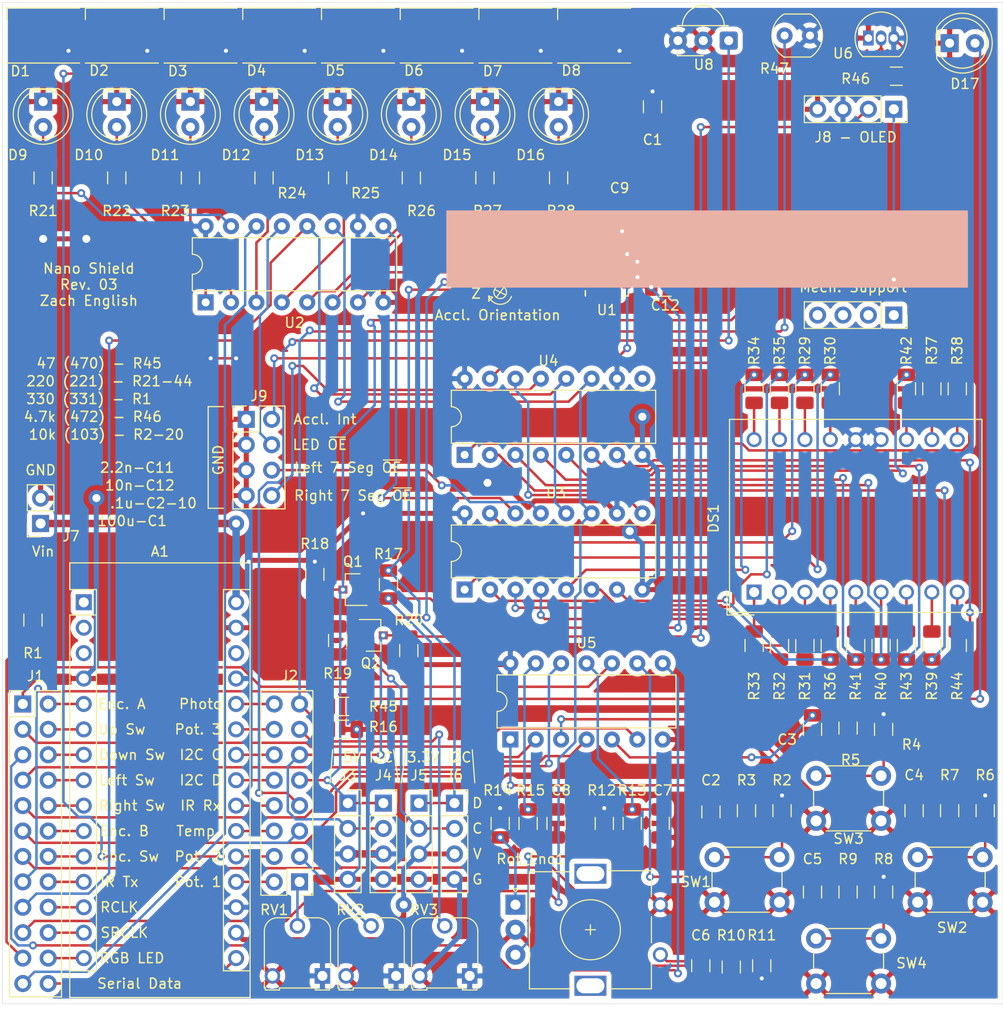
<source format=kicad_pcb>
(kicad_pcb (version 20171130) (host pcbnew "(5.1.6)-1")
  (layers (0 F.Cu signal) (31 B.Cu signal) (34 B.Paste user hide) (35 F.Paste user hide) (36 B.SilkS user) (37 F.SilkS user) (38 B.Mask user hide) (39 F.Mask user) (44 Edge.Cuts user))
  (net 0 "")
  (net 1 "Net-(A1-Pad16)")
  (net 2 "Net-(A1-Pad15)")
  (net 3 VIN)
  (net 4 "Net-(A1-Pad14)")
  (net 5 GND)
  (net 6 "Net-(A1-Pad13)")
  (net 7 "Net-(A1-Pad28)")
  (net 8 "Net-(A1-Pad12)")
  (net 9 VCC)
  (net 10 "Net-(A1-Pad11)")
  (net 11 "Net-(A1-Pad26)")
  (net 12 "Net-(A1-Pad10)")
  (net 13 "Net-(A1-Pad25)")
  (net 14 "Net-(A1-Pad9)")
  (net 15 "Net-(A1-Pad24)")
  (net 16 "Net-(A1-Pad8)")
  (net 17 "Net-(A1-Pad23)")
  (net 18 "Net-(A1-Pad7)")
  (net 19 "Net-(A1-Pad22)")
  (net 20 "Net-(A1-Pad6)")
  (net 21 "Net-(A1-Pad21)")
  (net 22 "Net-(A1-Pad5)")
  (net 23 "Net-(A1-Pad20)")
  (net 24 "Net-(A1-Pad19)")
  (net 25 "Net-(A1-Pad3)")
  (net 26 "Net-(A1-Pad2)")
  (net 27 "Net-(A1-Pad1)")
  (net 28 Enc_SW)
  (net 29 "Net-(C3-Pad1)")
  (net 30 "Net-(C4-Pad1)")
  (net 31 "Net-(C5-Pad1)")
  (net 32 "Net-(C8-Pad1)")
  (net 33 "Net-(D1-Pad2)")
  (net 34 "Net-(D1-Pad4)")
  (net 35 "Net-(D2-Pad2)")
  (net 36 "Net-(D3-Pad2)")
  (net 37 "Net-(D4-Pad2)")
  (net 38 "Net-(D5-Pad2)")
  (net 39 "Net-(D6-Pad2)")
  (net 40 "Net-(D7-Pad2)")
  (net 41 "Net-(D8-Pad2)")
  (net 42 "Net-(D9-Pad2)")
  (net 43 "Net-(D10-Pad2)")
  (net 44 "Net-(D11-Pad2)")
  (net 45 "Net-(D12-Pad2)")
  (net 46 "Net-(D13-Pad2)")
  (net 47 "Net-(D14-Pad2)")
  (net 48 "Net-(D15-Pad2)")
  (net 49 "Net-(D16-Pad2)")
  (net 50 "Net-(D17-Pad2)")
  (net 51 1F)
  (net 52 1G)
  (net 53 1A)
  (net 54 1B)
  (net 55 2F)
  (net 56 2A)
  (net 57 2B)
  (net 58 2H)
  (net 59 2C)
  (net 60 2G)
  (net 61 2D)
  (net 62 2E)
  (net 63 1H)
  (net 64 1C)
  (net 65 1D)
  (net 66 1E)
  (net 67 I2C_Clock)
  (net 68 I2C_Data)
  (net 69 SerialData)
  (net 70 RGB_LED)
  (net 71 SRCLK)
  (net 72 RCLK)
  (net 73 TempSense)
  (net 74 Enc_B)
  (net 75 Right_SW)
  (net 76 Left_SW)
  (net 77 Down_SW)
  (net 78 Up_SW)
  (net 79 Enc_A)
  (net 80 IR_Rx)
  (net 81 IR_Tx)
  (net 82 Photo)
  (net 83 POT_3)
  (net 84 POT_2)
  (net 85 POT_1)
  (net 86 "Net-(R2-Pad2)")
  (net 87 "Net-(R4-Pad2)")
  (net 88 "Net-(R12-Pad2)")
  (net 89 "Net-(R21-Pad2)")
  (net 90 "Net-(R22-Pad2)")
  (net 91 "Net-(R23-Pad2)")
  (net 92 "Net-(R24-Pad2)")
  (net 93 "Net-(R25-Pad2)")
  (net 94 "Net-(R26-Pad2)")
  (net 95 "Net-(R27-Pad2)")
  (net 96 "Net-(R28-Pad2)")
  (net 97 "Net-(R29-Pad2)")
  (net 98 "Net-(R30-Pad2)")
  (net 99 "Net-(R33-Pad2)")
  (net 100 "Net-(R34-Pad2)")
  (net 101 "Net-(R35-Pad2)")
  (net 102 "Net-(R36-Pad2)")
  (net 103 "Net-(R37-Pad2)")
  (net 104 "Net-(R38-Pad2)")
  (net 105 "Net-(R39-Pad2)")
  (net 106 "Net-(R40-Pad2)")
  (net 107 "Net-(R41-Pad2)")
  (net 108 7SegData)
  (net 109 "Net-(U4-Pad9)")
  (net 110 3.3V)
  (net 111 "Net-(C11-Pad2)")
  (net 112 I2C_Clock_3.3V)
  (net 113 I2C_Data_3.3V)
  (net 114 Accl_INT)
  (net 115 "Net-(C2-Pad1)")
  (net 116 "Net-(R6-Pad2)")
  (net 117 "Net-(R8-Pad2)")
  (net 118 "Net-(R10-Pad1)")
  (net 119 "Net-(R14-Pad1)")
  (net 120 "Net-(R31-Pad2)")
  (net 121 "Net-(R32-Pad2)")
  (net 122 "Net-(R42-Pad2)")
  (net 123 "Net-(R43-Pad2)")
  (net 124 "Net-(R44-Pad2)")
  (net 125 "Net-(U1-Pad7)")
  (net 126 "Net-(U1-Pad6)")
  (net 127 "Net-(U3-Pad9)")
  (net 128 "Net-(C7-Pad2)")
  (net 129 "Net-(C10-Pad1)")
  (net 130 7SEG2_OE)
  (net 131 7SEG1_OE)
  (net 132 LED_OE)
  (module Connector_PinHeader_2.54mm:PinHeader_2x04_P2.54mm_Vertical (layer F.Cu) (at 40.64 58.166)
    (fp_text reference J9 (at 1.27 -2.33) (layer F.SilkS))
    (fp_text value Conn_02x04_Odd_Even)
    (pad 8 thru_hole oval (at 2.54 7.62) (size 1.7 1.7) (drill 1) (layers *.Cu *.Mask) (net 130 7SEG2_OE))
    (pad 7 thru_hole oval (at 0 7.62) (size 1.7 1.7) (drill 1) (layers *.Cu *.Mask) (net 5 GND))
    (pad 6 thru_hole oval (at 2.54 5.08) (size 1.7 1.7) (drill 1) (layers *.Cu *.Mask) (net 131 7SEG1_OE))
    (pad 5 thru_hole oval (at 0 5.08) (size 1.7 1.7) (drill 1) (layers *.Cu *.Mask) (net 5 GND))
    (pad 4 thru_hole oval (at 2.54 2.54) (size 1.7 1.7) (drill 1) (layers *.Cu *.Mask) (net 132 LED_OE))
    (pad 3 thru_hole oval (at 0 2.54) (size 1.7 1.7) (drill 1) (layers *.Cu *.Mask) (net 5 GND))
    (pad 2 thru_hole oval (at 2.54 0) (size 1.7 1.7) (drill 1) (layers *.Cu *.Mask) (net 114 Accl_INT))
    (pad 1 thru_hole rect (at 0 0) (size 1.7 1.7) (drill 1) (layers *.Cu *.Mask) (net 5 GND))
  )
  (module Connector_PinSocket_2.54mm:PinSocket_1x04_P2.54mm_Vertical (layer F.Cu) (at 105.41 27.178 270)
    (fp_text reference "J8 - OLED" (at 2.794 3.81 180) (layer F.SilkS))
    (fp_text value Conn_01x04_Female)
    (pad 4 thru_hole oval (at 0 7.62 270) (size 1.7 1.7) (drill 1) (layers *.Cu *.Mask) (net 5 GND))
    (pad 3 thru_hole oval (at 0 5.08 270) (size 1.7 1.7) (drill 1) (layers *.Cu *.Mask) (net 9 VCC))
    (pad 2 thru_hole oval (at 0 2.54 270) (size 1.7 1.7) (drill 1) (layers *.Cu *.Mask) (net 67 I2C_Clock))
    (pad 1 thru_hole rect (at 0 0 270) (size 1.7 1.7) (drill 1) (layers *.Cu *.Mask) (net 68 I2C_Data))
  )
  (module Resistor_SMD:R_1206_3216Metric (layer F.Cu) (at 105.664 23.876)
    (fp_text reference R46 (at -4.064 0.254) (layer F.SilkS))
    (fp_text value 4.7k)
    (pad 2 smd roundrect (at 1.4 0) (size 1.25 1.75) (layers F.Cu F.Paste F.Mask) (roundrect_rratio 0.2) (net 9 VCC))
    (pad 1 smd roundrect (at -1.4 0) (size 1.25 1.75) (layers F.Cu F.Paste F.Mask) (roundrect_rratio 0.2) (net 73 TempSense))
  )
  (module NanoDemo:XYZ (layer F.Cu) (at 62.992 39.878)
    (fp_text reference "Accl. Orientation" (at 2.794 7.874) (layer F.SilkS))
    (fp_text value XYZ)
    (fp_text user Z (at 0.635 5.715) (layer F.SilkS))
    (fp_text user Y (at 0.635 3.81) (layer F.SilkS))
    (fp_text user X (at 0.635 1.905) (layer F.SilkS))
  )
  (module Connector_PinSocket_2.54mm:PinSocket_1x04_P2.54mm_Vertical (layer F.Cu) (at 105.41 47.752 270)
    (fp_text reference "Mech. Support" (at -2.794 4.064 180) (layer F.SilkS))
    (fp_text value PinSocket_1x04_P2.54mm_Vertical)
    (pad 4 thru_hole oval (at 0 7.62 270) (size 1.7 1.7) (drill 1) (layers *.Cu *.Mask))
    (pad 3 thru_hole oval (at 0 5.08 270) (size 1.7 1.7) (drill 1) (layers *.Cu *.Mask))
    (pad 2 thru_hole oval (at 0 2.54 270) (size 1.7 1.7) (drill 1) (layers *.Cu *.Mask))
    (pad 1 thru_hole rect (at 0 0 270) (size 1.7 1.7) (drill 1) (layers *.Cu *.Mask))
  )
  (module Sensor_Motion:InvenSense_QFN-24_4x4mm_P0.5mm (layer F.Cu) (at 76.708 43.688 90)
    (fp_text reference U1 (at -3.556 0 180) (layer F.SilkS))
    (fp_text value MPU-6050)
    (pad 24 smd roundrect (at -1.25 -1.95 180) (size 0.85 0.3) (layers F.Cu F.Paste F.Mask) (net 113 I2C_Data_3.3V))
    (pad 23 smd roundrect (at -0.75 -1.95 180) (size 0.85 0.3) (layers F.Cu F.Paste F.Mask) (net 112 I2C_Clock_3.3V))
    (pad 22 smd roundrect (at -0.25 -1.95 180) (size 0.85 0.3) (layers F.Cu F.Paste F.Mask))
    (pad 21 smd roundrect (at 0.25 -1.95 180) (size 0.85 0.3) (layers F.Cu F.Paste F.Mask))
    (pad 20 smd roundrect (at 0.75 -1.95 180) (size 0.85 0.3) (layers F.Cu F.Paste F.Mask) (net 111 "Net-(C11-Pad2)"))
    (pad 19 smd roundrect (at 1.25 -1.95 180) (size 0.85 0.3) (layers F.Cu F.Paste F.Mask))
    (pad 18 smd roundrect (at 1.95 -1.25 90) (size 0.85 0.3) (layers F.Cu F.Paste F.Mask) (net 5 GND))
    (pad 17 smd roundrect (at 1.95 -0.75 90) (size 0.85 0.3) (layers F.Cu F.Paste F.Mask))
    (pad 16 smd roundrect (at 1.95 -0.25 90) (size 0.85 0.3) (layers F.Cu F.Paste F.Mask))
    (pad 15 smd roundrect (at 1.95 0.25 90) (size 0.85 0.3) (layers F.Cu F.Paste F.Mask))
    (pad 14 smd roundrect (at 1.95 0.75 90) (size 0.85 0.3) (layers F.Cu F.Paste F.Mask))
    (pad 13 smd roundrect (at 1.95 1.25 90) (size 0.85 0.3) (layers F.Cu F.Paste F.Mask) (net 110 3.3V))
    (pad 12 smd roundrect (at 1.25 1.95 180) (size 0.85 0.3) (layers F.Cu F.Paste F.Mask) (net 114 Accl_INT))
    (pad 11 smd roundrect (at 0.75 1.95 180) (size 0.85 0.3) (layers F.Cu F.Paste F.Mask) (net 5 GND))
    (pad 10 smd roundrect (at 0.25 1.95 180) (size 0.85 0.3) (layers F.Cu F.Paste F.Mask) (net 129 "Net-(C10-Pad1)"))
    (pad 9 smd roundrect (at -0.25 1.95 180) (size 0.85 0.3) (layers F.Cu F.Paste F.Mask) (net 5 GND))
    (pad 8 smd roundrect (at -0.75 1.95 180) (size 0.85 0.3) (layers F.Cu F.Paste F.Mask) (net 110 3.3V))
    (pad 7 smd roundrect (at -1.25 1.95 180) (size 0.85 0.3) (layers F.Cu F.Paste F.Mask) (net 125 "Net-(U1-Pad7)"))
    (pad 6 smd roundrect (at -1.95 1.25 90) (size 0.85 0.3) (layers F.Cu F.Paste F.Mask) (net 126 "Net-(U1-Pad6)"))
    (pad 5 smd roundrect (at -1.95 0.75 90) (size 0.85 0.3) (layers F.Cu F.Paste F.Mask))
    (pad 4 smd roundrect (at -1.95 0.25 90) (size 0.85 0.3) (layers F.Cu F.Paste F.Mask))
    (pad 3 smd roundrect (at -1.95 -0.25 90) (size 0.85 0.3) (layers F.Cu F.Paste F.Mask))
    (pad 2 smd roundrect (at -1.95 -0.75 90) (size 0.85 0.3) (layers F.Cu F.Paste F.Mask))
    (pad 1 smd roundrect (at -1.95 -1.25 90) (size 0.85 0.3) (layers F.Cu F.Paste F.Mask) (net 5 GND))
  )
  (module Resistor_SMD:R_1206_3216Metric (layer F.Cu) (at 56.896 81.28 90)
    (fp_text reference R20 (at 3.048 0 180) (layer F.SilkS))
    (fp_text value 10k)
    (pad 2 smd roundrect (at 1.4 0 90) (size 1.25 1.75) (layers F.Cu F.Paste F.Mask) (roundrect_rratio 0.2) (net 67 I2C_Clock))
    (pad 1 smd roundrect (at -1.4 0 90) (size 1.25 1.75) (layers F.Cu F.Paste F.Mask) (roundrect_rratio 0.2) (net 9 VCC))
  )
  (module Resistor_SMD:R_1206_3216Metric (layer F.Cu) (at 49.784 80.264 270)
    (fp_text reference R19 (at 3.302 0 180) (layer F.SilkS))
    (fp_text value 10k)
    (pad 2 smd roundrect (at 1.4 0 270) (size 1.25 1.75) (layers F.Cu F.Paste F.Mask) (roundrect_rratio 0.2) (net 112 I2C_Clock_3.3V))
    (pad 1 smd roundrect (at -1.4 0 270) (size 1.25 1.75) (layers F.Cu F.Paste F.Mask) (roundrect_rratio 0.2) (net 110 3.3V))
  )
  (module Resistor_SMD:R_1206_3216Metric (layer F.Cu) (at 47.498 73.66 270)
    (fp_text reference R18 (at -3.048 0 180) (layer F.SilkS))
    (fp_text value 10k)
    (pad 2 smd roundrect (at 1.4 0 270) (size 1.25 1.75) (layers F.Cu F.Paste F.Mask) (roundrect_rratio 0.2) (net 68 I2C_Data))
    (pad 1 smd roundrect (at -1.4 0 270) (size 1.25 1.75) (layers F.Cu F.Paste F.Mask) (roundrect_rratio 0.2) (net 9 VCC))
  )
  (module Resistor_SMD:R_1206_3216Metric (layer F.Cu) (at 54.864 74.676 90)
    (fp_text reference R17 (at 3.048 0 180) (layer F.SilkS))
    (fp_text value 10k)
    (pad 2 smd roundrect (at 1.4 0 90) (size 1.25 1.75) (layers F.Cu F.Paste F.Mask) (roundrect_rratio 0.2) (net 113 I2C_Data_3.3V))
    (pad 1 smd roundrect (at -1.4 0 90) (size 1.25 1.75) (layers F.Cu F.Paste F.Mask) (roundrect_rratio 0.2) (net 110 3.3V))
  )
  (module Package_TO_SOT_SMD:SOT-23 (layer F.Cu) (at 53.34 79.756)
    (fp_text reference Q2 (at -0.254 2.794) (layer F.SilkS))
    (fp_text value BSS138)
    (pad 3 smd rect (at 1 0) (size 0.9 0.8) (layers F.Cu F.Paste F.Mask) (net 67 I2C_Clock))
    (pad 2 smd rect (at -1 0.95) (size 0.9 0.8) (layers F.Cu F.Paste F.Mask) (net 112 I2C_Clock_3.3V))
    (pad 1 smd rect (at -1 -0.95) (size 0.9 0.8) (layers F.Cu F.Paste F.Mask) (net 110 3.3V))
  )
  (module Package_TO_SOT_SMD:SOT-23 (layer F.Cu) (at 51.308 75.184 180)
    (fp_text reference Q1 (at 0 2.794) (layer F.SilkS))
    (fp_text value BSS138)
    (pad 3 smd rect (at 1 0 180) (size 0.9 0.8) (layers F.Cu F.Paste F.Mask) (net 68 I2C_Data))
    (pad 2 smd rect (at -1 0.95 180) (size 0.9 0.8) (layers F.Cu F.Paste F.Mask) (net 113 I2C_Data_3.3V))
    (pad 1 smd rect (at -1 -0.95 180) (size 0.9 0.8) (layers F.Cu F.Paste F.Mask) (net 110 3.3V))
  )
  (module Capacitor_SMD:C_1206_3216Metric (layer F.Cu) (at 82.55 42.672)
    (fp_text reference C10 (at 0 -1.82) (layer F.SilkS))
    (fp_text value .1u)
    (pad 2 smd roundrect (at 1.4 0) (size 1.25 1.75) (layers F.Cu F.Paste F.Mask) (roundrect_rratio 0.2) (net 5 GND))
    (pad 1 smd roundrect (at -1.4 0) (size 1.25 1.75) (layers F.Cu F.Paste F.Mask) (roundrect_rratio 0.2) (net 129 "Net-(C10-Pad1)"))
  )
  (module Capacitor_SMD:C_1206_3216Metric (layer F.Cu) (at 70.866 42.926)
    (fp_text reference C11 (at 0 -1.82) (layer F.SilkS))
    (fp_text value 2.2n)
    (pad 2 smd roundrect (at 1.4 0) (size 1.25 1.75) (layers F.Cu F.Paste F.Mask) (roundrect_rratio 0.2) (net 111 "Net-(C11-Pad2)"))
    (pad 1 smd roundrect (at -1.4 0) (size 1.25 1.75) (layers F.Cu F.Paste F.Mask) (roundrect_rratio 0.2) (net 5 GND))
  )
  (module Capacitor_SMD:C_1206_3216Metric (layer F.Cu) (at 77.978 38.1 270)
    (fp_text reference C9 (at -3.048 0 180) (layer F.SilkS))
    (fp_text value .1u)
    (pad 2 smd roundrect (at 1.4 0 270) (size 1.25 1.75) (layers F.Cu F.Paste F.Mask) (roundrect_rratio 0.2) (net 110 3.3V))
    (pad 1 smd roundrect (at -1.4 0 270) (size 1.25 1.75) (layers F.Cu F.Paste F.Mask) (roundrect_rratio 0.2) (net 5 GND))
  )
  (module Capacitor_SMD:C_1206_3216Metric (layer F.Cu) (at 82.55 44.958 180)
    (fp_text reference C12 (at 0 -1.82) (layer F.SilkS))
    (fp_text value 10n)
    (pad 2 smd roundrect (at 1.4 0 180) (size 1.25 1.75) (layers F.Cu F.Paste F.Mask) (roundrect_rratio 0.2) (net 110 3.3V))
    (pad 1 smd roundrect (at -1.4 0 180) (size 1.25 1.75) (layers F.Cu F.Paste F.Mask) (roundrect_rratio 0.2) (net 5 GND))
  )
  (module LED_SMD:LED_WS2812B_PLCC4_5.0x5.0mm_P3.2mm (layer F.Cu) (at 20.32 19.812 180)
    (fp_text reference D1 (at 2.286 -3.556 180) (layer F.SilkS))
    (fp_text value WS2812B)
    (pad 1 smd rect (at -2.45 -1.6 180) (size 1.5 1) (layers F.Cu F.Paste F.Mask) (net 9 VCC))
    (pad 2 smd rect (at -2.45 1.6 180) (size 1.5 1) (layers F.Cu F.Paste F.Mask) (net 33 "Net-(D1-Pad2)"))
    (pad 4 smd rect (at 2.45 -1.6 180) (size 1.5 1) (layers F.Cu F.Paste F.Mask) (net 34 "Net-(D1-Pad4)"))
    (pad 3 smd rect (at 2.45 1.6 180) (size 1.5 1) (layers F.Cu F.Paste F.Mask) (net 5 GND))
  )
  (module LED_SMD:LED_WS2812B_PLCC4_5.0x5.0mm_P3.2mm (layer F.Cu) (at 75.438 19.812 180)
    (fp_text reference D8 (at 2.286 -3.5) (layer F.SilkS))
    (fp_text value WS2812B)
    (pad 1 smd rect (at -2.45 -1.6 180) (size 1.5 1) (layers F.Cu F.Paste F.Mask) (net 9 VCC))
    (pad 2 smd rect (at -2.45 1.6 180) (size 1.5 1) (layers F.Cu F.Paste F.Mask) (net 41 "Net-(D8-Pad2)"))
    (pad 4 smd rect (at 2.45 -1.6 180) (size 1.5 1) (layers F.Cu F.Paste F.Mask) (net 40 "Net-(D7-Pad2)"))
    (pad 3 smd rect (at 2.45 1.6 180) (size 1.5 1) (layers F.Cu F.Paste F.Mask) (net 5 GND))
  )
  (module LED_SMD:LED_WS2812B_PLCC4_5.0x5.0mm_P3.2mm (layer F.Cu) (at 67.564 19.812 180)
    (fp_text reference D7 (at 2.286 -3.556) (layer F.SilkS))
    (fp_text value WS2812B)
    (pad 1 smd rect (at -2.45 -1.6 180) (size 1.5 1) (layers F.Cu F.Paste F.Mask) (net 9 VCC))
    (pad 2 smd rect (at -2.45 1.6 180) (size 1.5 1) (layers F.Cu F.Paste F.Mask) (net 40 "Net-(D7-Pad2)"))
    (pad 4 smd rect (at 2.45 -1.6 180) (size 1.5 1) (layers F.Cu F.Paste F.Mask) (net 39 "Net-(D6-Pad2)"))
    (pad 3 smd rect (at 2.45 1.6 180) (size 1.5 1) (layers F.Cu F.Paste F.Mask) (net 5 GND))
  )
  (module LED_SMD:LED_WS2812B_PLCC4_5.0x5.0mm_P3.2mm (layer F.Cu) (at 59.69 19.812 180)
    (fp_text reference D6 (at 2.286 -3.5) (layer F.SilkS))
    (fp_text value WS2812B)
    (pad 1 smd rect (at -2.45 -1.6 180) (size 1.5 1) (layers F.Cu F.Paste F.Mask) (net 9 VCC))
    (pad 2 smd rect (at -2.45 1.6 180) (size 1.5 1) (layers F.Cu F.Paste F.Mask) (net 39 "Net-(D6-Pad2)"))
    (pad 4 smd rect (at 2.45 -1.6 180) (size 1.5 1) (layers F.Cu F.Paste F.Mask) (net 38 "Net-(D5-Pad2)"))
    (pad 3 smd rect (at 2.45 1.6 180) (size 1.5 1) (layers F.Cu F.Paste F.Mask) (net 5 GND))
  )
  (module LED_SMD:LED_WS2812B_PLCC4_5.0x5.0mm_P3.2mm (layer F.Cu) (at 51.816 19.812 180)
    (fp_text reference D5 (at 2.286 -3.5) (layer F.SilkS))
    (fp_text value WS2812B)
    (pad 1 smd rect (at -2.45 -1.6 180) (size 1.5 1) (layers F.Cu F.Paste F.Mask) (net 9 VCC))
    (pad 2 smd rect (at -2.45 1.6 180) (size 1.5 1) (layers F.Cu F.Paste F.Mask) (net 38 "Net-(D5-Pad2)"))
    (pad 4 smd rect (at 2.45 -1.6 180) (size 1.5 1) (layers F.Cu F.Paste F.Mask) (net 37 "Net-(D4-Pad2)"))
    (pad 3 smd rect (at 2.45 1.6 180) (size 1.5 1) (layers F.Cu F.Paste F.Mask) (net 5 GND))
  )
  (module LED_SMD:LED_WS2812B_PLCC4_5.0x5.0mm_P3.2mm (layer F.Cu) (at 43.942 19.812 180)
    (fp_text reference D4 (at 2.286 -3.5) (layer F.SilkS))
    (fp_text value WS2812B)
    (pad 1 smd rect (at -2.45 -1.6 180) (size 1.5 1) (layers F.Cu F.Paste F.Mask) (net 9 VCC))
    (pad 2 smd rect (at -2.45 1.6 180) (size 1.5 1) (layers F.Cu F.Paste F.Mask) (net 37 "Net-(D4-Pad2)"))
    (pad 4 smd rect (at 2.45 -1.6 180) (size 1.5 1) (layers F.Cu F.Paste F.Mask) (net 36 "Net-(D3-Pad2)"))
    (pad 3 smd rect (at 2.45 1.6 180) (size 1.5 1) (layers F.Cu F.Paste F.Mask) (net 5 GND))
  )
  (module LED_SMD:LED_WS2812B_PLCC4_5.0x5.0mm_P3.2mm (layer F.Cu) (at 36.068 19.812 180)
    (fp_text reference D3 (at 2.286 -3.556) (layer F.SilkS))
    (fp_text value WS2812B)
    (pad 1 smd rect (at -2.45 -1.6 180) (size 1.5 1) (layers F.Cu F.Paste F.Mask) (net 9 VCC))
    (pad 2 smd rect (at -2.45 1.6 180) (size 1.5 1) (layers F.Cu F.Paste F.Mask) (net 36 "Net-(D3-Pad2)"))
    (pad 4 smd rect (at 2.45 -1.6 180) (size 1.5 1) (layers F.Cu F.Paste F.Mask) (net 35 "Net-(D2-Pad2)"))
    (pad 3 smd rect (at 2.45 1.6 180) (size 1.5 1) (layers F.Cu F.Paste F.Mask) (net 5 GND))
  )
  (module LED_SMD:LED_WS2812B_PLCC4_5.0x5.0mm_P3.2mm (layer F.Cu) (at 28.194 19.812 180)
    (fp_text reference D2 (at 2.286 -3.5) (layer F.SilkS))
    (fp_text value WS2812B)
    (pad 1 smd rect (at -2.45 -1.6 180) (size 1.5 1) (layers F.Cu F.Paste F.Mask) (net 9 VCC))
    (pad 2 smd rect (at -2.45 1.6 180) (size 1.5 1) (layers F.Cu F.Paste F.Mask) (net 35 "Net-(D2-Pad2)"))
    (pad 4 smd rect (at 2.45 -1.6 180) (size 1.5 1) (layers F.Cu F.Paste F.Mask) (net 33 "Net-(D1-Pad2)"))
    (pad 3 smd rect (at 2.45 1.6 180) (size 1.5 1) (layers F.Cu F.Paste F.Mask) (net 5 GND))
  )
  (module Connector_PinSocket_2.54mm:PinSocket_1x02_P2.54mm_Vertical (layer F.Cu) (at 20.066 68.58 180)
    (fp_text reference J7 (at -3.048 -1.27) (layer F.SilkS))
    (fp_text value Conn_01x02_Female)
    (pad 2 thru_hole oval (at 0 2.54 180) (size 1.7 1.7) (drill 1) (layers *.Cu *.Mask) (net 5 GND))
    (pad 1 thru_hole rect (at 0 0 180) (size 1.7 1.7) (drill 1) (layers *.Cu *.Mask) (net 3 VIN))
  )
  (module NanoDemo:100x100mm (layer F.Cu) (at 16.256 16.51)
    (fp_text reference REF** hide)
    (fp_text value 100x100mm)
  )
  (module OptoDevice:Vishay_MINICAST-3Pin (layer F.Cu) (at 88.9 20.32 180)
    (fp_text reference U8 (at 2.5 -2.4 180) (layer F.SilkS))
    (fp_text value VS1838B)
    (pad 3 thru_hole circle (at 5.08 0 180) (size 1.8 1.8) (drill 0.9) (layers *.Cu *.Mask) (net 9 VCC))
    (pad 2 thru_hole circle (at 2.54 0 180) (size 1.8 1.8) (drill 0.9) (layers *.Cu *.Mask) (net 5 GND))
    (pad 1 thru_hole roundrect (at 0 0 180) (size 1.8 1.8) (drill 0.9) (layers *.Cu *.Mask) (roundrect_rratio 0.139) (net 80 IR_Rx))
  )
  (module Package_DIP:DIP-16_W7.62mm (layer F.Cu) (at 62.484 61.722 90)
    (fp_text reference U4 (at 9.398 8.382) (layer F.SilkS))
    (fp_text value 74HC595)
    (pad 16 thru_hole oval (at 7.62 0 90) (size 1.6 1.6) (drill 0.8) (layers *.Cu *.Mask) (net 9 VCC))
    (pad 8 thru_hole oval (at 0 17.78 90) (size 1.6 1.6) (drill 0.8) (layers *.Cu *.Mask) (net 5 GND))
    (pad 15 thru_hole oval (at 7.62 2.54 90) (size 1.6 1.6) (drill 0.8) (layers *.Cu *.Mask) (net 103 "Net-(R37-Pad2)"))
    (pad 7 thru_hole oval (at 0 15.24 90) (size 1.6 1.6) (drill 0.8) (layers *.Cu *.Mask) (net 124 "Net-(R44-Pad2)"))
    (pad 14 thru_hole oval (at 7.62 5.08 90) (size 1.6 1.6) (drill 0.8) (layers *.Cu *.Mask) (net 127 "Net-(U3-Pad9)"))
    (pad 6 thru_hole oval (at 0 12.7 90) (size 1.6 1.6) (drill 0.8) (layers *.Cu *.Mask) (net 123 "Net-(R43-Pad2)"))
    (pad 13 thru_hole oval (at 7.62 7.62 90) (size 1.6 1.6) (drill 0.8) (layers *.Cu *.Mask) (net 130 7SEG2_OE))
    (pad 5 thru_hole oval (at 0 10.16 90) (size 1.6 1.6) (drill 0.8) (layers *.Cu *.Mask) (net 122 "Net-(R42-Pad2)"))
    (pad 12 thru_hole oval (at 7.62 10.16 90) (size 1.6 1.6) (drill 0.8) (layers *.Cu *.Mask) (net 72 RCLK))
    (pad 4 thru_hole oval (at 0 7.62 90) (size 1.6 1.6) (drill 0.8) (layers *.Cu *.Mask) (net 107 "Net-(R41-Pad2)"))
    (pad 11 thru_hole oval (at 7.62 12.7 90) (size 1.6 1.6) (drill 0.8) (layers *.Cu *.Mask) (net 71 SRCLK))
    (pad 3 thru_hole oval (at 0 5.08 90) (size 1.6 1.6) (drill 0.8) (layers *.Cu *.Mask) (net 106 "Net-(R40-Pad2)"))
    (pad 10 thru_hole oval (at 7.62 15.24 90) (size 1.6 1.6) (drill 0.8) (layers *.Cu *.Mask) (net 9 VCC))
    (pad 2 thru_hole oval (at 0 2.54 90) (size 1.6 1.6) (drill 0.8) (layers *.Cu *.Mask) (net 105 "Net-(R39-Pad2)"))
    (pad 9 thru_hole oval (at 7.62 17.78 90) (size 1.6 1.6) (drill 0.8) (layers *.Cu *.Mask) (net 109 "Net-(U4-Pad9)"))
    (pad 1 thru_hole rect (at 0 0 90) (size 1.6 1.6) (drill 0.8) (layers *.Cu *.Mask) (net 104 "Net-(R38-Pad2)"))
  )
  (module Package_DIP:DIP-16_W7.62mm (layer F.Cu) (at 62.484 75.184 90)
    (fp_text reference U3 (at 9.652 9.144 180) (layer F.SilkS))
    (fp_text value 74HC595)
    (pad 16 thru_hole oval (at 7.62 0 90) (size 1.6 1.6) (drill 0.8) (layers *.Cu *.Mask) (net 9 VCC))
    (pad 8 thru_hole oval (at 0 17.78 90) (size 1.6 1.6) (drill 0.8) (layers *.Cu *.Mask) (net 5 GND))
    (pad 15 thru_hole oval (at 7.62 2.54 90) (size 1.6 1.6) (drill 0.8) (layers *.Cu *.Mask) (net 97 "Net-(R29-Pad2)"))
    (pad 7 thru_hole oval (at 0 15.24 90) (size 1.6 1.6) (drill 0.8) (layers *.Cu *.Mask) (net 102 "Net-(R36-Pad2)"))
    (pad 14 thru_hole oval (at 7.62 5.08 90) (size 1.6 1.6) (drill 0.8) (layers *.Cu *.Mask) (net 108 7SegData))
    (pad 6 thru_hole oval (at 0 12.7 90) (size 1.6 1.6) (drill 0.8) (layers *.Cu *.Mask) (net 101 "Net-(R35-Pad2)"))
    (pad 13 thru_hole oval (at 7.62 7.62 90) (size 1.6 1.6) (drill 0.8) (layers *.Cu *.Mask) (net 131 7SEG1_OE))
    (pad 5 thru_hole oval (at 0 10.16 90) (size 1.6 1.6) (drill 0.8) (layers *.Cu *.Mask) (net 100 "Net-(R34-Pad2)"))
    (pad 12 thru_hole oval (at 7.62 10.16 90) (size 1.6 1.6) (drill 0.8) (layers *.Cu *.Mask) (net 72 RCLK))
    (pad 4 thru_hole oval (at 0 7.62 90) (size 1.6 1.6) (drill 0.8) (layers *.Cu *.Mask) (net 99 "Net-(R33-Pad2)"))
    (pad 11 thru_hole oval (at 7.62 12.7 90) (size 1.6 1.6) (drill 0.8) (layers *.Cu *.Mask) (net 71 SRCLK))
    (pad 3 thru_hole oval (at 0 5.08 90) (size 1.6 1.6) (drill 0.8) (layers *.Cu *.Mask) (net 121 "Net-(R32-Pad2)"))
    (pad 10 thru_hole oval (at 7.62 15.24 90) (size 1.6 1.6) (drill 0.8) (layers *.Cu *.Mask) (net 9 VCC))
    (pad 2 thru_hole oval (at 0 2.54 90) (size 1.6 1.6) (drill 0.8) (layers *.Cu *.Mask) (net 120 "Net-(R31-Pad2)"))
    (pad 9 thru_hole oval (at 7.62 17.78 90) (size 1.6 1.6) (drill 0.8) (layers *.Cu *.Mask) (net 127 "Net-(U3-Pad9)"))
    (pad 1 thru_hole rect (at 0 0 90) (size 1.6 1.6) (drill 0.8) (layers *.Cu *.Mask) (net 98 "Net-(R30-Pad2)"))
  )
  (module Package_DIP:DIP-16_W7.62mm (layer F.Cu) (at 36.576 46.482 90)
    (fp_text reference U2 (at -2.032 8.89) (layer F.SilkS))
    (fp_text value 74HC595)
    (pad 16 thru_hole oval (at 7.62 0 90) (size 1.6 1.6) (drill 0.8) (layers *.Cu *.Mask) (net 9 VCC))
    (pad 8 thru_hole oval (at 0 17.78 90) (size 1.6 1.6) (drill 0.8) (layers *.Cu *.Mask) (net 5 GND))
    (pad 15 thru_hole oval (at 7.62 2.54 90) (size 1.6 1.6) (drill 0.8) (layers *.Cu *.Mask) (net 89 "Net-(R21-Pad2)"))
    (pad 7 thru_hole oval (at 0 15.24 90) (size 1.6 1.6) (drill 0.8) (layers *.Cu *.Mask) (net 96 "Net-(R28-Pad2)"))
    (pad 14 thru_hole oval (at 7.62 5.08 90) (size 1.6 1.6) (drill 0.8) (layers *.Cu *.Mask) (net 69 SerialData))
    (pad 6 thru_hole oval (at 0 12.7 90) (size 1.6 1.6) (drill 0.8) (layers *.Cu *.Mask) (net 95 "Net-(R27-Pad2)"))
    (pad 13 thru_hole oval (at 7.62 7.62 90) (size 1.6 1.6) (drill 0.8) (layers *.Cu *.Mask) (net 132 LED_OE))
    (pad 5 thru_hole oval (at 0 10.16 90) (size 1.6 1.6) (drill 0.8) (layers *.Cu *.Mask) (net 94 "Net-(R26-Pad2)"))
    (pad 12 thru_hole oval (at 7.62 10.16 90) (size 1.6 1.6) (drill 0.8) (layers *.Cu *.Mask) (net 72 RCLK))
    (pad 4 thru_hole oval (at 0 7.62 90) (size 1.6 1.6) (drill 0.8) (layers *.Cu *.Mask) (net 93 "Net-(R25-Pad2)"))
    (pad 11 thru_hole oval (at 7.62 12.7 90) (size 1.6 1.6) (drill 0.8) (layers *.Cu *.Mask) (net 71 SRCLK))
    (pad 3 thru_hole oval (at 0 5.08 90) (size 1.6 1.6) (drill 0.8) (layers *.Cu *.Mask) (net 92 "Net-(R24-Pad2)"))
    (pad 10 thru_hole oval (at 7.62 15.24 90) (size 1.6 1.6) (drill 0.8) (layers *.Cu *.Mask) (net 9 VCC))
    (pad 2 thru_hole oval (at 0 2.54 90) (size 1.6 1.6) (drill 0.8) (layers *.Cu *.Mask) (net 91 "Net-(R23-Pad2)"))
    (pad 9 thru_hole oval (at 7.62 17.78 90) (size 1.6 1.6) (drill 0.8) (layers *.Cu *.Mask) (net 108 7SegData))
    (pad 1 thru_hole rect (at 0 0 90) (size 1.6 1.6) (drill 0.8) (layers *.Cu *.Mask) (net 90 "Net-(R22-Pad2)"))
  )
  (module Package_TO_SOT_THT:TO-92_Inline (layer F.Cu) (at 102.87 20.066)
    (fp_text reference U6 (at -2.54 1.524) (layer F.SilkS))
    (fp_text value DS18B20)
    (pad 1 thru_hole rect (at 0 0) (size 1.05 1.5) (drill 0.75) (layers *.Cu *.Mask) (net 5 GND))
    (pad 3 thru_hole oval (at 2.54 0) (size 1.05 1.5) (drill 0.75) (layers *.Cu *.Mask) (net 9 VCC))
    (pad 2 thru_hole oval (at 1.27 0) (size 1.05 1.5) (drill 0.75) (layers *.Cu *.Mask) (net 73 TempSense))
  )
  (module Package_DIP:DIP-14_W7.62mm (layer F.Cu) (at 67.056 90.17 90)
    (fp_text reference U5 (at 9.652 7.62 180) (layer F.SilkS))
    (fp_text value 74HC14)
    (pad 14 thru_hole oval (at 7.62 0 90) (size 1.6 1.6) (drill 0.8) (layers *.Cu *.Mask) (net 9 VCC))
    (pad 7 thru_hole oval (at 0 15.24 90) (size 1.6 1.6) (drill 0.8) (layers *.Cu *.Mask) (net 5 GND))
    (pad 13 thru_hole oval (at 7.62 2.54 90) (size 1.6 1.6) (drill 0.8) (layers *.Cu *.Mask) (net 32 "Net-(C8-Pad1)"))
    (pad 6 thru_hole oval (at 0 12.7 90) (size 1.6 1.6) (drill 0.8) (layers *.Cu *.Mask) (net 78 Up_SW))
    (pad 12 thru_hole oval (at 7.62 5.08 90) (size 1.6 1.6) (drill 0.8) (layers *.Cu *.Mask) (net 74 Enc_B))
    (pad 5 thru_hole oval (at 0 10.16 90) (size 1.6 1.6) (drill 0.8) (layers *.Cu *.Mask) (net 29 "Net-(C3-Pad1)"))
    (pad 11 thru_hole oval (at 7.62 7.62 90) (size 1.6 1.6) (drill 0.8) (layers *.Cu *.Mask) (net 128 "Net-(C7-Pad2)"))
    (pad 4 thru_hole oval (at 0 7.62 90) (size 1.6 1.6) (drill 0.8) (layers *.Cu *.Mask) (net 75 Right_SW))
    (pad 10 thru_hole oval (at 7.62 10.16 90) (size 1.6 1.6) (drill 0.8) (layers *.Cu *.Mask) (net 79 Enc_A))
    (pad 3 thru_hole oval (at 0 5.08 90) (size 1.6 1.6) (drill 0.8) (layers *.Cu *.Mask) (net 30 "Net-(C4-Pad1)"))
    (pad 9 thru_hole oval (at 7.62 12.7 90) (size 1.6 1.6) (drill 0.8) (layers *.Cu *.Mask) (net 31 "Net-(C5-Pad1)"))
    (pad 2 thru_hole oval (at 0 2.54 90) (size 1.6 1.6) (drill 0.8) (layers *.Cu *.Mask) (net 76 Left_SW))
    (pad 8 thru_hole oval (at 7.62 15.24 90) (size 1.6 1.6) (drill 0.8) (layers *.Cu *.Mask) (net 77 Down_SW))
    (pad 1 thru_hole rect (at 0 0 90) (size 1.6 1.6) (drill 0.8) (layers *.Cu *.Mask) (net 115 "Net-(C2-Pad1)"))
  )
  (module Button_Switch_THT:SW_PUSH_6mm (layer F.Cu) (at 104.14 114.554 180)
    (fp_text reference SW4 (at -3.048 2.032) (layer F.SilkS))
    (fp_text value Down_SW)
    (pad 1 thru_hole circle (at 6.5 0 270) (size 2 2) (drill 1.1) (layers *.Cu *.Mask) (net 5 GND))
    (pad 2 thru_hole circle (at 6.5 4.5 270) (size 2 2) (drill 1.1) (layers *.Cu *.Mask) (net 117 "Net-(R8-Pad2)"))
    (pad 1 thru_hole circle (at 0 0 270) (size 2 2) (drill 1.1) (layers *.Cu *.Mask) (net 5 GND))
    (pad 2 thru_hole circle (at 0 4.5 270) (size 2 2) (drill 1.1) (layers *.Cu *.Mask) (net 117 "Net-(R8-Pad2)"))
  )
  (module Button_Switch_THT:SW_PUSH_6mm (layer F.Cu) (at 104.14 98.298 180)
    (fp_text reference SW3 (at 3.25 -1.778) (layer F.SilkS))
    (fp_text value Up_SW)
    (pad 1 thru_hole circle (at 6.5 0 270) (size 2 2) (drill 1.1) (layers *.Cu *.Mask) (net 5 GND))
    (pad 2 thru_hole circle (at 6.5 4.5 270) (size 2 2) (drill 1.1) (layers *.Cu *.Mask) (net 87 "Net-(R4-Pad2)"))
    (pad 1 thru_hole circle (at 0 0 270) (size 2 2) (drill 1.1) (layers *.Cu *.Mask) (net 5 GND))
    (pad 2 thru_hole circle (at 0 4.5 270) (size 2 2) (drill 1.1) (layers *.Cu *.Mask) (net 87 "Net-(R4-Pad2)"))
  )
  (module Button_Switch_THT:SW_PUSH_6mm (layer F.Cu) (at 114.3 106.426 180)
    (fp_text reference SW2 (at 3.048 -2.54) (layer F.SilkS))
    (fp_text value Right_SW)
    (pad 1 thru_hole circle (at 6.5 0 270) (size 2 2) (drill 1.1) (layers *.Cu *.Mask) (net 5 GND))
    (pad 2 thru_hole circle (at 6.5 4.5 270) (size 2 2) (drill 1.1) (layers *.Cu *.Mask) (net 116 "Net-(R6-Pad2)"))
    (pad 1 thru_hole circle (at 0 0 270) (size 2 2) (drill 1.1) (layers *.Cu *.Mask) (net 5 GND))
    (pad 2 thru_hole circle (at 0 4.5 270) (size 2 2) (drill 1.1) (layers *.Cu *.Mask) (net 116 "Net-(R6-Pad2)"))
  )
  (module Button_Switch_THT:SW_PUSH_6mm (layer F.Cu) (at 93.98 106.426 180)
    (fp_text reference SW1 (at 8.382 2.032) (layer F.SilkS))
    (fp_text value Left_SW)
    (pad 1 thru_hole circle (at 6.5 0 270) (size 2 2) (drill 1.1) (layers *.Cu *.Mask) (net 5 GND))
    (pad 2 thru_hole circle (at 6.5 4.5 270) (size 2 2) (drill 1.1) (layers *.Cu *.Mask) (net 86 "Net-(R2-Pad2)"))
    (pad 1 thru_hole circle (at 0 0 270) (size 2 2) (drill 1.1) (layers *.Cu *.Mask) (net 5 GND))
    (pad 2 thru_hole circle (at 0 4.5 270) (size 2 2) (drill 1.1) (layers *.Cu *.Mask) (net 86 "Net-(R2-Pad2)"))
  )
  (module Potentiometer_THT:Potentiometer_Runtron_RM-065_Vertical (layer F.Cu) (at 62.992 113.792 180)
    (fp_text reference RV3 (at 4.572 6.604) (layer F.SilkS))
    (fp_text value 10k)
    (pad 2 thru_hole circle (at 2.5 5 180) (size 1.55 1.55) (drill 1) (layers *.Cu *.Mask) (net 83 POT_3))
    (pad 1 thru_hole rect (at 0 0 180) (size 1.55 1.55) (drill 1) (layers *.Cu *.Mask) (net 9 VCC))
    (pad 3 thru_hole circle (at 5 0 180) (size 1.55 1.55) (drill 1) (layers *.Cu *.Mask) (net 5 GND))
  )
  (module Potentiometer_THT:Potentiometer_Runtron_RM-065_Vertical (layer F.Cu) (at 55.626 113.792 180)
    (fp_text reference RV2 (at 4.572 6.604) (layer F.SilkS))
    (fp_text value 10k)
    (pad 2 thru_hole circle (at 2.5 5 180) (size 1.55 1.55) (drill 1) (layers *.Cu *.Mask) (net 84 POT_2))
    (pad 1 thru_hole rect (at 0 0 180) (size 1.55 1.55) (drill 1) (layers *.Cu *.Mask) (net 9 VCC))
    (pad 3 thru_hole circle (at 5 0 180) (size 1.55 1.55) (drill 1) (layers *.Cu *.Mask) (net 5 GND))
  )
  (module Potentiometer_THT:Potentiometer_Runtron_RM-065_Vertical (layer F.Cu) (at 48.26 113.792 180)
    (fp_text reference RV1 (at 4.826 6.604) (layer F.SilkS))
    (fp_text value 10k)
    (pad 2 thru_hole circle (at 2.5 5 180) (size 1.55 1.55) (drill 1) (layers *.Cu *.Mask) (net 85 POT_1))
    (pad 1 thru_hole rect (at 0 0 180) (size 1.55 1.55) (drill 1) (layers *.Cu *.Mask) (net 9 VCC))
    (pad 3 thru_hole circle (at 5 0 180) (size 1.55 1.55) (drill 1) (layers *.Cu *.Mask) (net 5 GND))
  )
  (module Rotary_Encoder:RotaryEncoder_Alps_EC11E_Vertical_H20mm (layer F.Cu) (at 67.564 106.68)
    (fp_text reference Rot_Enc1 (at 1.524 -4.572) (layer F.SilkS))
    (fp_text value Rotary_Encoder)
    (pad A thru_hole rect (at 0 0) (size 2 2) (drill 1) (layers *.Cu *.Mask) (net 119 "Net-(R14-Pad1)"))
    (pad C thru_hole circle (at 0 2.5) (size 2 2) (drill 1) (layers *.Cu *.Mask) (net 5 GND))
    (pad B thru_hole circle (at 0 5) (size 2 2) (drill 1) (layers *.Cu *.Mask) (net 88 "Net-(R12-Pad2)"))
    (pad MP thru_hole rect (at 7.5 -3.1) (size 3.2 2) (drill oval 2.8 1.5) (layers *.Cu *.Mask))
    (pad MP thru_hole rect (at 7.5 8.1) (size 3.2 2) (drill oval 2.8 1.5) (layers *.Cu *.Mask))
    (pad S1 thru_hole circle (at 14.5 0) (size 1.5 1.5) (drill 1) (layers *.Cu *.Mask) (net 5 GND))
    (pad S2 thru_hole circle (at 14.5 5) (size 1.5 1.5) (drill 1) (layers *.Cu *.Mask) (net 118 "Net-(R10-Pad1)"))
  )
  (module Resistor_SMD:R_1206_3216Metric (layer F.Cu) (at 50.292 86.868 180)
    (fp_text reference R45 (at -4.064 0) (layer F.SilkS))
    (fp_text value 47)
    (pad 2 smd roundrect (at 1.4 0 180) (size 1.25 1.75) (layers F.Cu F.Paste F.Mask) (roundrect_rratio 0.2) (net 81 IR_Tx))
    (pad 1 smd roundrect (at -1.4 0 180) (size 1.25 1.75) (layers F.Cu F.Paste F.Mask) (roundrect_rratio 0.2) (net 50 "Net-(D17-Pad2)"))
  )
  (module Resistor_SMD:R_1206_3216Metric (layer F.Cu) (at 111.76 80.772 270)
    (fp_text reference R44 (at 4.064 0 90) (layer F.SilkS))
    (fp_text value 220)
    (pad 2 smd roundrect (at 1.4 0 270) (size 1.25 1.75) (layers F.Cu F.Paste F.Mask) (roundrect_rratio 0.2) (net 124 "Net-(R44-Pad2)"))
    (pad 1 smd roundrect (at -1.4 0 270) (size 1.25 1.75) (layers F.Cu F.Paste F.Mask) (roundrect_rratio 0.2) (net 58 2H))
  )
  (module Resistor_SMD:R_1206_3216Metric (layer F.Cu) (at 106.68 80.772 270)
    (fp_text reference R43 (at 4.064 0 90) (layer F.SilkS))
    (fp_text value 220)
    (pad 2 smd roundrect (at 1.4 0 270) (size 1.25 1.75) (layers F.Cu F.Paste F.Mask) (roundrect_rratio 0.2) (net 123 "Net-(R43-Pad2)"))
    (pad 1 smd roundrect (at -1.4 0 270) (size 1.25 1.75) (layers F.Cu F.Paste F.Mask) (roundrect_rratio 0.2) (net 60 2G))
  )
  (module Resistor_SMD:R_1206_3216Metric (layer F.Cu) (at 106.68 55.118 90)
    (fp_text reference R42 (at 3.81 0 90) (layer F.SilkS))
    (fp_text value 220)
    (pad 2 smd roundrect (at 1.4 0 90) (size 1.25 1.75) (layers F.Cu F.Paste F.Mask) (roundrect_rratio 0.2) (net 122 "Net-(R42-Pad2)"))
    (pad 1 smd roundrect (at -1.4 0 90) (size 1.25 1.75) (layers F.Cu F.Paste F.Mask) (roundrect_rratio 0.2) (net 55 2F))
  )
  (module Resistor_SMD:R_1206_3216Metric (layer F.Cu) (at 101.6 80.772 270)
    (fp_text reference R41 (at 4.064 0 90) (layer F.SilkS))
    (fp_text value 220)
    (pad 2 smd roundrect (at 1.4 0 270) (size 1.25 1.75) (layers F.Cu F.Paste F.Mask) (roundrect_rratio 0.2) (net 107 "Net-(R41-Pad2)"))
    (pad 1 smd roundrect (at -1.4 0 270) (size 1.25 1.75) (layers F.Cu F.Paste F.Mask) (roundrect_rratio 0.2) (net 62 2E))
  )
  (module Resistor_SMD:R_1206_3216Metric (layer F.Cu) (at 104.14 80.772 270)
    (fp_text reference R40 (at 4.064 0 90) (layer F.SilkS))
    (fp_text value 220)
    (pad 2 smd roundrect (at 1.4 0 270) (size 1.25 1.75) (layers F.Cu F.Paste F.Mask) (roundrect_rratio 0.2) (net 106 "Net-(R40-Pad2)"))
    (pad 1 smd roundrect (at -1.4 0 270) (size 1.25 1.75) (layers F.Cu F.Paste F.Mask) (roundrect_rratio 0.2) (net 61 2D))
  )
  (module Resistor_SMD:R_1206_3216Metric (layer F.Cu) (at 109.22 80.772 270)
    (fp_text reference R39 (at 4.064 0 90) (layer F.SilkS))
    (fp_text value 220)
    (pad 2 smd roundrect (at 1.4 0 270) (size 1.25 1.75) (layers F.Cu F.Paste F.Mask) (roundrect_rratio 0.2) (net 105 "Net-(R39-Pad2)"))
    (pad 1 smd roundrect (at -1.4 0 270) (size 1.25 1.75) (layers F.Cu F.Paste F.Mask) (roundrect_rratio 0.2) (net 59 2C))
  )
  (module Resistor_SMD:R_1206_3216Metric (layer F.Cu) (at 71.882 34.036 270)
    (fp_text reference R28 (at 3.302 -0.254 180) (layer F.SilkS))
    (fp_text value 220)
    (pad 2 smd roundrect (at 1.4 0 270) (size 1.25 1.75) (layers F.Cu F.Paste F.Mask) (roundrect_rratio 0.2) (net 96 "Net-(R28-Pad2)"))
    (pad 1 smd roundrect (at -1.4 0 270) (size 1.25 1.75) (layers F.Cu F.Paste F.Mask) (roundrect_rratio 0.2) (net 49 "Net-(D16-Pad2)"))
  )
  (module Resistor_SMD:R_1206_3216Metric (layer F.Cu) (at 111.76 55.118 90)
    (fp_text reference R38 (at 3.81 0 90) (layer F.SilkS))
    (fp_text value 220)
    (pad 2 smd roundrect (at 1.4 0 90) (size 1.25 1.75) (layers F.Cu F.Paste F.Mask) (roundrect_rratio 0.2) (net 104 "Net-(R38-Pad2)"))
    (pad 1 smd roundrect (at -1.4 0 90) (size 1.25 1.75) (layers F.Cu F.Paste F.Mask) (roundrect_rratio 0.2) (net 57 2B))
  )
  (module Resistor_SMD:R_1206_3216Metric (layer F.Cu) (at 109.22 55.118 90)
    (fp_text reference R37 (at 3.81 0 90) (layer F.SilkS))
    (fp_text value 220)
    (pad 2 smd roundrect (at 1.4 0 90) (size 1.25 1.75) (layers F.Cu F.Paste F.Mask) (roundrect_rratio 0.2) (net 103 "Net-(R37-Pad2)"))
    (pad 1 smd roundrect (at -1.4 0 90) (size 1.25 1.75) (layers F.Cu F.Paste F.Mask) (roundrect_rratio 0.2) (net 56 2A))
  )
  (module Resistor_SMD:R_1206_3216Metric (layer F.Cu) (at 50.292 89.154 180)
    (fp_text reference R16 (at -4.064 0.254) (layer F.SilkS))
    (fp_text value 10k)
    (pad 2 smd roundrect (at 1.4 0 180) (size 1.25 1.75) (layers F.Cu F.Paste F.Mask) (roundrect_rratio 0.2) (net 82 Photo))
    (pad 1 smd roundrect (at -1.4 0 180) (size 1.25 1.75) (layers F.Cu F.Paste F.Mask) (roundrect_rratio 0.2) (net 5 GND))
  )
  (module OptoDevice:R_LDR_4.9x4.2mm_P2.54mm_Vertical (layer F.Cu) (at 94.488 19.812)
    (fp_text reference R47 (at -1.016 3.302) (layer F.SilkS))
    (fp_text value R_PHOTO)
    (pad 2 thru_hole circle (at 2.54 0) (size 1.6 1.6) (drill 0.8) (layers *.Cu *.Mask) (net 9 VCC))
    (pad 1 thru_hole circle (at 0 0) (size 1.6 1.6) (drill 0.8) (layers *.Cu *.Mask) (net 82 Photo))
  )
  (module Resistor_SMD:R_1206_3216Metric (layer F.Cu) (at 64.516 34.036 270)
    (fp_text reference R27 (at 3.302 -0.254 180) (layer F.SilkS))
    (fp_text value 220)
    (pad 2 smd roundrect (at 1.4 0 270) (size 1.25 1.75) (layers F.Cu F.Paste F.Mask) (roundrect_rratio 0.2) (net 95 "Net-(R27-Pad2)"))
    (pad 1 smd roundrect (at -1.4 0 270) (size 1.25 1.75) (layers F.Cu F.Paste F.Mask) (roundrect_rratio 0.2) (net 48 "Net-(D15-Pad2)"))
  )
  (module Resistor_SMD:R_1206_3216Metric (layer F.Cu) (at 99.06 80.772 270)
    (fp_text reference R36 (at 4.064 0 90) (layer F.SilkS))
    (fp_text value 220)
    (pad 2 smd roundrect (at 1.4 0 270) (size 1.25 1.75) (layers F.Cu F.Paste F.Mask) (roundrect_rratio 0.2) (net 102 "Net-(R36-Pad2)"))
    (pad 1 smd roundrect (at -1.4 0 270) (size 1.25 1.75) (layers F.Cu F.Paste F.Mask) (roundrect_rratio 0.2) (net 63 1H))
  )
  (module Resistor_SMD:R_1206_3216Metric (layer F.Cu) (at 57.15 34.036 270)
    (fp_text reference R26 (at 3.302 -1.016 180) (layer F.SilkS))
    (fp_text value 220)
    (pad 2 smd roundrect (at 1.4 0 270) (size 1.25 1.75) (layers F.Cu F.Paste F.Mask) (roundrect_rratio 0.2) (net 94 "Net-(R26-Pad2)"))
    (pad 1 smd roundrect (at -1.4 0 270) (size 1.25 1.75) (layers F.Cu F.Paste F.Mask) (roundrect_rratio 0.2) (net 47 "Net-(D14-Pad2)"))
  )
  (module Resistor_SMD:R_1206_3216Metric (layer F.Cu) (at 93.98 55.118 90)
    (fp_text reference R35 (at 3.81 0 90) (layer F.SilkS))
    (fp_text value 220)
    (pad 2 smd roundrect (at 1.4 0 90) (size 1.25 1.75) (layers F.Cu F.Paste F.Mask) (roundrect_rratio 0.2) (net 101 "Net-(R35-Pad2)"))
    (pad 1 smd roundrect (at -1.4 0 90) (size 1.25 1.75) (layers F.Cu F.Paste F.Mask) (roundrect_rratio 0.2) (net 52 1G))
  )
  (module Resistor_SMD:R_1206_3216Metric (layer F.Cu) (at 91.44 55.118 90)
    (fp_text reference R34 (at 3.81 0 90) (layer F.SilkS))
    (fp_text value 220)
    (pad 2 smd roundrect (at 1.4 0 90) (size 1.25 1.75) (layers F.Cu F.Paste F.Mask) (roundrect_rratio 0.2) (net 100 "Net-(R34-Pad2)"))
    (pad 1 smd roundrect (at -1.4 0 90) (size 1.25 1.75) (layers F.Cu F.Paste F.Mask) (roundrect_rratio 0.2) (net 51 1F))
  )
  (module Resistor_SMD:R_1206_3216Metric (layer F.Cu) (at 49.784 34.036 270)
    (fp_text reference R25 (at 1.524 -2.794 180) (layer F.SilkS))
    (fp_text value 220)
    (pad 2 smd roundrect (at 1.4 0 270) (size 1.25 1.75) (layers F.Cu F.Paste F.Mask) (roundrect_rratio 0.2) (net 93 "Net-(R25-Pad2)"))
    (pad 1 smd roundrect (at -1.4 0 270) (size 1.25 1.75) (layers F.Cu F.Paste F.Mask) (roundrect_rratio 0.2) (net 46 "Net-(D13-Pad2)"))
  )
  (module Resistor_SMD:R_1206_3216Metric (layer F.Cu) (at 91.44 80.772 270)
    (fp_text reference R33 (at 4.064 0 90) (layer F.SilkS))
    (fp_text value 220)
    (pad 2 smd roundrect (at 1.4 0 270) (size 1.25 1.75) (layers F.Cu F.Paste F.Mask) (roundrect_rratio 0.2) (net 99 "Net-(R33-Pad2)"))
    (pad 1 smd roundrect (at -1.4 0 270) (size 1.25 1.75) (layers F.Cu F.Paste F.Mask) (roundrect_rratio 0.2) (net 66 1E))
  )
  (module Resistor_SMD:R_1206_3216Metric (layer F.Cu) (at 93.98 80.772 270)
    (fp_text reference R32 (at 4.064 0 90) (layer F.SilkS))
    (fp_text value 220)
    (pad 2 smd roundrect (at 1.4 0 270) (size 1.25 1.75) (layers F.Cu F.Paste F.Mask) (roundrect_rratio 0.2) (net 121 "Net-(R32-Pad2)"))
    (pad 1 smd roundrect (at -1.4 0 270) (size 1.25 1.75) (layers F.Cu F.Paste F.Mask) (roundrect_rratio 0.2) (net 65 1D))
  )
  (module Resistor_SMD:R_1206_3216Metric (layer F.Cu) (at 42.418 34.036 270)
    (fp_text reference R24 (at 1.524 -2.794 180) (layer F.SilkS))
    (fp_text value 220)
    (pad 2 smd roundrect (at 1.4 0 270) (size 1.25 1.75) (layers F.Cu F.Paste F.Mask) (roundrect_rratio 0.2) (net 92 "Net-(R24-Pad2)"))
    (pad 1 smd roundrect (at -1.4 0 270) (size 1.25 1.75) (layers F.Cu F.Paste F.Mask) (roundrect_rratio 0.2) (net 45 "Net-(D12-Pad2)"))
  )
  (module Resistor_SMD:R_1206_3216Metric (layer F.Cu) (at 96.52 80.772 270)
    (fp_text reference R31 (at 4.064 0 90) (layer F.SilkS))
    (fp_text value 220)
    (pad 2 smd roundrect (at 1.4 0 270) (size 1.25 1.75) (layers F.Cu F.Paste F.Mask) (roundrect_rratio 0.2) (net 120 "Net-(R31-Pad2)"))
    (pad 1 smd roundrect (at -1.4 0 270) (size 1.25 1.75) (layers F.Cu F.Paste F.Mask) (roundrect_rratio 0.2) (net 64 1C))
  )
  (module Resistor_SMD:R_1206_3216Metric (layer F.Cu) (at 99.06 55.118 90)
    (fp_text reference R30 (at 3.81 0 90) (layer F.SilkS))
    (fp_text value 220)
    (pad 2 smd roundrect (at 1.4 0 90) (size 1.25 1.75) (layers F.Cu F.Paste F.Mask) (roundrect_rratio 0.2) (net 98 "Net-(R30-Pad2)"))
    (pad 1 smd roundrect (at -1.4 0 90) (size 1.25 1.75) (layers F.Cu F.Paste F.Mask) (roundrect_rratio 0.2) (net 54 1B))
  )
  (module Resistor_SMD:R_1206_3216Metric (layer F.Cu) (at 35.052 34.036 270)
    (fp_text reference R23 (at 3.302 1.524 180) (layer F.SilkS))
    (fp_text value 220)
    (pad 2 smd roundrect (at 1.4 0 270) (size 1.25 1.75) (layers F.Cu F.Paste F.Mask) (roundrect_rratio 0.2) (net 91 "Net-(R23-Pad2)"))
    (pad 1 smd roundrect (at -1.4 0 270) (size 1.25 1.75) (layers F.Cu F.Paste F.Mask) (roundrect_rratio 0.2) (net 44 "Net-(D11-Pad2)"))
  )
  (module Resistor_SMD:R_1206_3216Metric (layer F.Cu) (at 96.52 55.118 90)
    (fp_text reference R29 (at 3.81 0 90) (layer F.SilkS))
    (fp_text value 220)
    (pad 2 smd roundrect (at 1.4 0 90) (size 1.25 1.75) (layers F.Cu F.Paste F.Mask) (roundrect_rratio 0.2) (net 97 "Net-(R29-Pad2)"))
    (pad 1 smd roundrect (at -1.4 0 90) (size 1.25 1.75) (layers F.Cu F.Paste F.Mask) (roundrect_rratio 0.2) (net 53 1A))
  )
  (module Resistor_SMD:R_1206_3216Metric (layer F.Cu) (at 27.686 34.036 270)
    (fp_text reference R22 (at 3.302 0 180) (layer F.SilkS))
    (fp_text value 220)
    (pad 2 smd roundrect (at 1.4 0 270) (size 1.25 1.75) (layers F.Cu F.Paste F.Mask) (roundrect_rratio 0.2) (net 90 "Net-(R22-Pad2)"))
    (pad 1 smd roundrect (at -1.4 0 270) (size 1.25 1.75) (layers F.Cu F.Paste F.Mask) (roundrect_rratio 0.2) (net 43 "Net-(D10-Pad2)"))
  )
  (module Resistor_SMD:R_1206_3216Metric (layer F.Cu) (at 20.32 34.036 270)
    (fp_text reference R21 (at 3.302 0 180) (layer F.SilkS))
    (fp_text value 220)
    (pad 2 smd roundrect (at 1.4 0 270) (size 1.25 1.75) (layers F.Cu F.Paste F.Mask) (roundrect_rratio 0.2) (net 89 "Net-(R21-Pad2)"))
    (pad 1 smd roundrect (at -1.4 0 270) (size 1.25 1.75) (layers F.Cu F.Paste F.Mask) (roundrect_rratio 0.2) (net 42 "Net-(D9-Pad2)"))
  )
  (module Resistor_SMD:R_1206_3216Metric (layer F.Cu) (at 100.838 105.41 270)
    (fp_text reference R9 (at -3.302 0 180) (layer F.SilkS))
    (fp_text value 10k)
    (pad 2 smd roundrect (at 1.4 0 270) (size 1.25 1.75) (layers F.Cu F.Paste F.Mask) (roundrect_rratio 0.2) (net 117 "Net-(R8-Pad2)"))
    (pad 1 smd roundrect (at -1.4 0 270) (size 1.25 1.75) (layers F.Cu F.Paste F.Mask) (roundrect_rratio 0.2) (net 31 "Net-(C5-Pad1)"))
  )
  (module Resistor_SMD:R_1206_3216Metric (layer F.Cu) (at 100.838 89.024 270)
    (fp_text reference R5 (at 3.178 -0.254 180) (layer F.SilkS))
    (fp_text value 10k)
    (pad 2 smd roundrect (at 1.4 0 270) (size 1.25 1.75) (layers F.Cu F.Paste F.Mask) (roundrect_rratio 0.2) (net 87 "Net-(R4-Pad2)"))
    (pad 1 smd roundrect (at -1.4 0 270) (size 1.25 1.75) (layers F.Cu F.Paste F.Mask) (roundrect_rratio 0.2) (net 29 "Net-(C3-Pad1)"))
  )
  (module Resistor_SMD:R_1206_3216Metric (layer F.Cu) (at 104.394 105.41 270)
    (fp_text reference R8 (at -3.302 0 180) (layer F.SilkS))
    (fp_text value 10k)
    (pad 2 smd roundrect (at 1.4 0 270) (size 1.25 1.75) (layers F.Cu F.Paste F.Mask) (roundrect_rratio 0.2) (net 117 "Net-(R8-Pad2)"))
    (pad 1 smd roundrect (at -1.4 0 270) (size 1.25 1.75) (layers F.Cu F.Paste F.Mask) (roundrect_rratio 0.2) (net 9 VCC))
  )
  (module Resistor_SMD:R_1206_3216Metric (layer F.Cu) (at 104.394 89.154 270)
    (fp_text reference R4 (at 1.524 -2.794 180) (layer F.SilkS))
    (fp_text value 10k)
    (pad 2 smd roundrect (at 1.4 0 270) (size 1.25 1.75) (layers F.Cu F.Paste F.Mask) (roundrect_rratio 0.2) (net 87 "Net-(R4-Pad2)"))
    (pad 1 smd roundrect (at -1.4 0 270) (size 1.25 1.75) (layers F.Cu F.Paste F.Mask) (roundrect_rratio 0.2) (net 9 VCC))
  )
  (module Resistor_SMD:R_1206_3216Metric (layer F.Cu) (at 66.04 98.552 90)
    (fp_text reference R14 (at 3.302 -0.254 180) (layer F.SilkS))
    (fp_text value 10k)
    (pad 2 smd roundrect (at 1.4 0 90) (size 1.25 1.75) (layers F.Cu F.Paste F.Mask) (roundrect_rratio 0.2) (net 9 VCC))
    (pad 1 smd roundrect (at -1.4 0 90) (size 1.25 1.75) (layers F.Cu F.Paste F.Mask) (roundrect_rratio 0.2) (net 119 "Net-(R14-Pad1)"))
  )
  (module Resistor_SMD:R_1206_3216Metric (layer F.Cu) (at 68.834 98.552 270)
    (fp_text reference R15 (at -3.302 -0.254 180) (layer F.SilkS))
    (fp_text value 10k)
    (pad 2 smd roundrect (at 1.4 0 270) (size 1.25 1.75) (layers F.Cu F.Paste F.Mask) (roundrect_rratio 0.2) (net 119 "Net-(R14-Pad1)"))
    (pad 1 smd roundrect (at -1.4 0 270) (size 1.25 1.75) (layers F.Cu F.Paste F.Mask) (roundrect_rratio 0.2) (net 32 "Net-(C8-Pad1)"))
  )
  (module Resistor_SMD:R_1206_3216Metric (layer F.Cu) (at 79.248 98.552 270)
    (fp_text reference R13 (at -3.302 0 180) (layer F.SilkS))
    (fp_text value 10k)
    (pad 2 smd roundrect (at 1.4 0 270) (size 1.25 1.75) (layers F.Cu F.Paste F.Mask) (roundrect_rratio 0.2) (net 88 "Net-(R12-Pad2)"))
    (pad 1 smd roundrect (at -1.4 0 270) (size 1.25 1.75) (layers F.Cu F.Paste F.Mask) (roundrect_rratio 0.2) (net 128 "Net-(C7-Pad2)"))
  )
  (module Resistor_SMD:R_1206_3216Metric (layer F.Cu) (at 89.154 112.906 270)
    (fp_text reference R10 (at -3.178 0 180) (layer F.SilkS))
    (fp_text value 10k)
    (pad 2 smd roundrect (at 1.4 0 270) (size 1.25 1.75) (layers F.Cu F.Paste F.Mask) (roundrect_rratio 0.2) (net 28 Enc_SW))
    (pad 1 smd roundrect (at -1.4 0 270) (size 1.25 1.75) (layers F.Cu F.Paste F.Mask) (roundrect_rratio 0.2) (net 118 "Net-(R10-Pad1)"))
  )
  (module Resistor_SMD:R_1206_3216Metric (layer F.Cu) (at 19.304 78.232 270)
    (fp_text reference R1 (at 3.302 0 180) (layer F.SilkS))
    (fp_text value 330)
    (pad 2 smd roundrect (at 1.4 0 270) (size 1.25 1.75) (layers F.Cu F.Paste F.Mask) (roundrect_rratio 0.2) (net 70 RGB_LED))
    (pad 1 smd roundrect (at -1.4 0 270) (size 1.25 1.75) (layers F.Cu F.Paste F.Mask) (roundrect_rratio 0.2) (net 34 "Net-(D1-Pad4)"))
  )
  (module Resistor_SMD:R_1206_3216Metric (layer F.Cu) (at 110.998 97.282 270)
    (fp_text reference R7 (at -3.556 0 180) (layer F.SilkS))
    (fp_text value 10k)
    (pad 2 smd roundrect (at 1.4 0 270) (size 1.25 1.75) (layers F.Cu F.Paste F.Mask) (roundrect_rratio 0.2) (net 116 "Net-(R6-Pad2)"))
    (pad 1 smd roundrect (at -1.4 0 270) (size 1.25 1.75) (layers F.Cu F.Paste F.Mask) (roundrect_rratio 0.2) (net 30 "Net-(C4-Pad1)"))
  )
  (module Resistor_SMD:R_1206_3216Metric (layer F.Cu) (at 90.678 97.282 270)
    (fp_text reference R3 (at -3.048 0 180) (layer F.SilkS))
    (fp_text value 10k)
    (pad 2 smd roundrect (at 1.4 0 270) (size 1.25 1.75) (layers F.Cu F.Paste F.Mask) (roundrect_rratio 0.2) (net 86 "Net-(R2-Pad2)"))
    (pad 1 smd roundrect (at -1.4 0 270) (size 1.25 1.75) (layers F.Cu F.Paste F.Mask) (roundrect_rratio 0.2) (net 115 "Net-(C2-Pad1)"))
  )
  (module Resistor_SMD:R_1206_3216Metric (layer F.Cu) (at 76.454 98.552 270)
    (fp_text reference R12 (at -3.302 0.254 180) (layer F.SilkS))
    (fp_text value 10k)
    (pad 2 smd roundrect (at 1.4 0 270) (size 1.25 1.75) (layers F.Cu F.Paste F.Mask) (roundrect_rratio 0.2) (net 88 "Net-(R12-Pad2)"))
    (pad 1 smd roundrect (at -1.4 0 270) (size 1.25 1.75) (layers F.Cu F.Paste F.Mask) (roundrect_rratio 0.2) (net 9 VCC))
  )
  (module Resistor_SMD:R_1206_3216Metric (layer F.Cu) (at 92.202 112.776 90)
    (fp_text reference R11 (at 3.048 0 180) (layer F.SilkS))
    (fp_text value 10k)
    (pad 2 smd roundrect (at 1.4 0 90) (size 1.25 1.75) (layers F.Cu F.Paste F.Mask) (roundrect_rratio 0.2) (net 118 "Net-(R10-Pad1)"))
    (pad 1 smd roundrect (at -1.4 0 90) (size 1.25 1.75) (layers F.Cu F.Paste F.Mask) (roundrect_rratio 0.2) (net 9 VCC))
  )
  (module Resistor_SMD:R_1206_3216Metric (layer F.Cu) (at 114.554 97.282 270)
    (fp_text reference R6 (at -3.556 0 180) (layer F.SilkS))
    (fp_text value 10k)
    (pad 2 smd roundrect (at 1.4 0 270) (size 1.25 1.75) (layers F.Cu F.Paste F.Mask) (roundrect_rratio 0.2) (net 116 "Net-(R6-Pad2)"))
    (pad 1 smd roundrect (at -1.4 0 270) (size 1.25 1.75) (layers F.Cu F.Paste F.Mask) (roundrect_rratio 0.2) (net 9 VCC))
  )
  (module Resistor_SMD:R_1206_3216Metric (layer F.Cu) (at 94.234 97.282 270)
    (fp_text reference R2 (at -3.048 0 180) (layer F.SilkS))
    (fp_text value 10k)
    (pad 2 smd roundrect (at 1.4 0 270) (size 1.25 1.75) (layers F.Cu F.Paste F.Mask) (roundrect_rratio 0.2) (net 86 "Net-(R2-Pad2)"))
    (pad 1 smd roundrect (at -1.4 0 270) (size 1.25 1.75) (layers F.Cu F.Paste F.Mask) (roundrect_rratio 0.2) (net 9 VCC))
  )
  (module Connector_PinHeader_2.54mm:PinHeader_2x08_P2.54mm_Vertical (layer F.Cu) (at 45.974 104.394 180)
    (fp_text reference J2 (at 1.016 20.574) (layer F.SilkS))
    (fp_text value Conn_02x08_Odd_Even)
    (pad 16 thru_hole oval (at 2.54 17.78 180) (size 1.7 1.7) (drill 1) (layers *.Cu *.Mask) (net 11 "Net-(A1-Pad26)"))
    (pad 15 thru_hole oval (at 0 17.78 180) (size 1.7 1.7) (drill 1) (layers *.Cu *.Mask) (net 82 Photo))
    (pad 14 thru_hole oval (at 2.54 15.24 180) (size 1.7 1.7) (drill 1) (layers *.Cu *.Mask) (net 13 "Net-(A1-Pad25)"))
    (pad 13 thru_hole oval (at 0 15.24 180) (size 1.7 1.7) (drill 1) (layers *.Cu *.Mask) (net 83 POT_3))
    (pad 12 thru_hole oval (at 2.54 12.7 180) (size 1.7 1.7) (drill 1) (layers *.Cu *.Mask) (net 15 "Net-(A1-Pad24)"))
    (pad 11 thru_hole oval (at 0 12.7 180) (size 1.7 1.7) (drill 1) (layers *.Cu *.Mask) (net 67 I2C_Clock))
    (pad 10 thru_hole oval (at 2.54 10.16 180) (size 1.7 1.7) (drill 1) (layers *.Cu *.Mask) (net 17 "Net-(A1-Pad23)"))
    (pad 9 thru_hole oval (at 0 10.16 180) (size 1.7 1.7) (drill 1) (layers *.Cu *.Mask) (net 68 I2C_Data))
    (pad 8 thru_hole oval (at 2.54 7.62 180) (size 1.7 1.7) (drill 1) (layers *.Cu *.Mask) (net 19 "Net-(A1-Pad22)"))
    (pad 7 thru_hole oval (at 0 7.62 180) (size 1.7 1.7) (drill 1) (layers *.Cu *.Mask) (net 80 IR_Rx))
    (pad 6 thru_hole oval (at 2.54 5.08 180) (size 1.7 1.7) (drill 1) (layers *.Cu *.Mask) (net 21 "Net-(A1-Pad21)"))
    (pad 5 thru_hole oval (at 0 5.08 180) (size 1.7 1.7) (drill 1) (layers *.Cu *.Mask) (net 73 TempSense))
    (pad 4 thru_hole oval (at 2.54 2.54 180) (size 1.7 1.7) (drill 1) (layers *.Cu *.Mask) (net 23 "Net-(A1-Pad20)"))
    (pad 3 thru_hole oval (at 0 2.54 180) (size 1.7 1.7) (drill 1) (layers *.Cu *.Mask) (net 84 POT_2))
    (pad 2 thru_hole oval (at 2.54 0 180) (size 1.7 1.7) (drill 1) (layers *.Cu *.Mask) (net 24 "Net-(A1-Pad19)"))
    (pad 1 thru_hole rect (at 0 0 180) (size 1.7 1.7) (drill 1) (layers *.Cu *.Mask) (net 85 POT_1))
  )
  (module Connector_PinHeader_2.54mm:PinHeader_2x12_P2.54mm_Vertical (layer F.Cu) (at 18.288 86.614)
    (fp_text reference J1 (at 1.27 -2.794) (layer F.SilkS))
    (fp_text value Conn_02x12_Odd_Even)
    (pad 24 thru_hole oval (at 2.54 27.94) (size 1.7 1.7) (drill 1) (layers *.Cu *.Mask) (net 1 "Net-(A1-Pad16)"))
    (pad 23 thru_hole oval (at 0 27.94) (size 1.7 1.7) (drill 1) (layers *.Cu *.Mask) (net 69 SerialData))
    (pad 22 thru_hole oval (at 2.54 25.4) (size 1.7 1.7) (drill 1) (layers *.Cu *.Mask) (net 2 "Net-(A1-Pad15)"))
    (pad 21 thru_hole oval (at 0 25.4) (size 1.7 1.7) (drill 1) (layers *.Cu *.Mask) (net 70 RGB_LED))
    (pad 20 thru_hole oval (at 2.54 22.86) (size 1.7 1.7) (drill 1) (layers *.Cu *.Mask) (net 4 "Net-(A1-Pad14)"))
    (pad 19 thru_hole oval (at 0 22.86) (size 1.7 1.7) (drill 1) (layers *.Cu *.Mask) (net 71 SRCLK))
    (pad 18 thru_hole oval (at 2.54 20.32) (size 1.7 1.7) (drill 1) (layers *.Cu *.Mask) (net 6 "Net-(A1-Pad13)"))
    (pad 17 thru_hole oval (at 0 20.32) (size 1.7 1.7) (drill 1) (layers *.Cu *.Mask) (net 72 RCLK))
    (pad 16 thru_hole oval (at 2.54 17.78) (size 1.7 1.7) (drill 1) (layers *.Cu *.Mask) (net 8 "Net-(A1-Pad12)"))
    (pad 15 thru_hole oval (at 0 17.78) (size 1.7 1.7) (drill 1) (layers *.Cu *.Mask) (net 81 IR_Tx))
    (pad 14 thru_hole oval (at 2.54 15.24) (size 1.7 1.7) (drill 1) (layers *.Cu *.Mask) (net 10 "Net-(A1-Pad11)"))
    (pad 13 thru_hole oval (at 0 15.24) (size 1.7 1.7) (drill 1) (layers *.Cu *.Mask) (net 28 Enc_SW))
    (pad 12 thru_hole oval (at 2.54 12.7) (size 1.7 1.7) (drill 1) (layers *.Cu *.Mask) (net 12 "Net-(A1-Pad10)"))
    (pad 11 thru_hole oval (at 0 12.7) (size 1.7 1.7) (drill 1) (layers *.Cu *.Mask) (net 74 Enc_B))
    (pad 10 thru_hole oval (at 2.54 10.16) (size 1.7 1.7) (drill 1) (layers *.Cu *.Mask) (net 14 "Net-(A1-Pad9)"))
    (pad 9 thru_hole oval (at 0 10.16) (size 1.7 1.7) (drill 1) (layers *.Cu *.Mask) (net 75 Right_SW))
    (pad 8 thru_hole oval (at 2.54 7.62) (size 1.7 1.7) (drill 1) (layers *.Cu *.Mask) (net 16 "Net-(A1-Pad8)"))
    (pad 7 thru_hole oval (at 0 7.62) (size 1.7 1.7) (drill 1) (layers *.Cu *.Mask) (net 76 Left_SW))
    (pad 6 thru_hole oval (at 2.54 5.08) (size 1.7 1.7) (drill 1) (layers *.Cu *.Mask) (net 18 "Net-(A1-Pad7)"))
    (pad 5 thru_hole oval (at 0 5.08) (size 1.7 1.7) (drill 1) (layers *.Cu *.Mask) (net 77 Down_SW))
    (pad 4 thru_hole oval (at 2.54 2.54) (size 1.7 1.7) (drill 1) (layers *.Cu *.Mask) (net 20 "Net-(A1-Pad6)"))
    (pad 3 thru_hole oval (at 0 2.54) (size 1.7 1.7) (drill 1) (layers *.Cu *.Mask) (net 78 Up_SW))
    (pad 2 thru_hole oval (at 2.54 0) (size 1.7 1.7) (drill 1) (layers *.Cu *.Mask) (net 22 "Net-(A1-Pad5)"))
    (pad 1 thru_hole rect (at 0 0) (size 1.7 1.7) (drill 1) (layers *.Cu *.Mask) (net 79 Enc_A))
  )
  (module Connector_PinSocket_2.54mm:PinSocket_1x04_P2.54mm_Vertical (layer F.Cu) (at 61.468 96.52)
    (fp_text reference J6 (at 0 -2.77) (layer F.SilkS))
    (fp_text value Conn_01x04_Female)
    (pad 4 thru_hole oval (at 0 7.62) (size 1.7 1.7) (drill 1) (layers *.Cu *.Mask) (net 5 GND))
    (pad 3 thru_hole oval (at 0 5.08) (size 1.7 1.7) (drill 1) (layers *.Cu *.Mask) (net 110 3.3V))
    (pad 2 thru_hole oval (at 0 2.54) (size 1.7 1.7) (drill 1) (layers *.Cu *.Mask) (net 112 I2C_Clock_3.3V))
    (pad 1 thru_hole rect (at 0 0) (size 1.7 1.7) (drill 1) (layers *.Cu *.Mask) (net 113 I2C_Data_3.3V))
  )
  (module Connector_PinSocket_2.54mm:PinSocket_1x04_P2.54mm_Vertical (layer F.Cu) (at 57.912 96.52)
    (fp_text reference J5 (at 0 -2.77) (layer F.SilkS))
    (fp_text value Conn_01x04_Female)
    (pad 4 thru_hole oval (at 0 7.62) (size 1.7 1.7) (drill 1) (layers *.Cu *.Mask) (net 5 GND))
    (pad 3 thru_hole oval (at 0 5.08) (size 1.7 1.7) (drill 1) (layers *.Cu *.Mask) (net 110 3.3V))
    (pad 2 thru_hole oval (at 0 2.54) (size 1.7 1.7) (drill 1) (layers *.Cu *.Mask) (net 112 I2C_Clock_3.3V))
    (pad 1 thru_hole rect (at 0 0) (size 1.7 1.7) (drill 1) (layers *.Cu *.Mask) (net 113 I2C_Data_3.3V))
  )
  (module Connector_PinSocket_2.54mm:PinSocket_1x04_P2.54mm_Vertical (layer F.Cu) (at 54.356 96.52)
    (fp_text reference J4 (at 0 -2.77) (layer F.SilkS))
    (fp_text value Conn_01x04_Female)
    (pad 4 thru_hole oval (at 0 7.62) (size 1.7 1.7) (drill 1) (layers *.Cu *.Mask) (net 5 GND))
    (pad 3 thru_hole oval (at 0 5.08) (size 1.7 1.7) (drill 1) (layers *.Cu *.Mask) (net 9 VCC))
    (pad 2 thru_hole oval (at 0 2.54) (size 1.7 1.7) (drill 1) (layers *.Cu *.Mask) (net 67 I2C_Clock))
    (pad 1 thru_hole rect (at 0 0) (size 1.7 1.7) (drill 1) (layers *.Cu *.Mask) (net 68 I2C_Data))
  )
  (module Connector_PinSocket_2.54mm:PinSocket_1x04_P2.54mm_Vertical (layer F.Cu) (at 50.8 96.52)
    (fp_text reference J3 (at 0 -2.77) (layer F.SilkS))
    (fp_text value Conn_01x04_Female)
    (pad 4 thru_hole oval (at 0 7.62) (size 1.7 1.7) (drill 1) (layers *.Cu *.Mask) (net 5 GND))
    (pad 3 thru_hole oval (at 0 5.08) (size 1.7 1.7) (drill 1) (layers *.Cu *.Mask) (net 9 VCC))
    (pad 2 thru_hole oval (at 0 2.54) (size 1.7 1.7) (drill 1) (layers *.Cu *.Mask) (net 67 I2C_Clock))
    (pad 1 thru_hole rect (at 0 0) (size 1.7 1.7) (drill 1) (layers *.Cu *.Mask) (net 68 I2C_Data))
  )
  (module Display_7Segment:DA56-11CGKWA (layer F.Cu) (at 91.44 75.438 90)
    (fp_text reference DS1 (at 7.366 -4.064 270) (layer F.SilkS))
    (fp_text value HDSP-521A)
    (pad 18 thru_hole circle (at 15.24 0 90) (size 1.5 1.5) (drill 1) (layers *.Cu *.Mask) (net 51 1F))
    (pad 17 thru_hole circle (at 15.24 2.54 90) (size 1.5 1.5) (drill 1) (layers *.Cu *.Mask) (net 52 1G))
    (pad 16 thru_hole circle (at 15.24 5.08 90) (size 1.5 1.5) (drill 1) (layers *.Cu *.Mask) (net 53 1A))
    (pad 15 thru_hole circle (at 15.24 7.62 90) (size 1.5 1.5) (drill 1) (layers *.Cu *.Mask) (net 54 1B))
    (pad 14 thru_hole circle (at 15.24 10.16 90) (size 1.5 1.5) (drill 1) (layers *.Cu *.Mask) (net 9 VCC))
    (pad 13 thru_hole circle (at 15.24 12.7 90) (size 1.5 1.5) (drill 1) (layers *.Cu *.Mask) (net 9 VCC))
    (pad 12 thru_hole circle (at 15.24 15.24 90) (size 1.5 1.5) (drill 1) (layers *.Cu *.Mask) (net 55 2F))
    (pad 11 thru_hole circle (at 15.24 17.78 90) (size 1.5 1.5) (drill 1) (layers *.Cu *.Mask) (net 56 2A))
    (pad 10 thru_hole circle (at 15.24 20.32 90) (size 1.5 1.5) (drill 1) (layers *.Cu *.Mask) (net 57 2B))
    (pad 9 thru_hole circle (at 0 20.32 90) (size 1.5 1.5) (drill 1) (layers *.Cu *.Mask) (net 58 2H))
    (pad 8 thru_hole circle (at 0 17.78 90) (size 1.5 1.5) (drill 1) (layers *.Cu *.Mask) (net 59 2C))
    (pad 7 thru_hole circle (at 0 15.24 90) (size 1.5 1.5) (drill 1) (layers *.Cu *.Mask) (net 60 2G))
    (pad 6 thru_hole circle (at 0 12.7 90) (size 1.5 1.5) (drill 1) (layers *.Cu *.Mask) (net 61 2D))
    (pad 5 thru_hole circle (at 0 10.16 90) (size 1.5 1.5) (drill 1) (layers *.Cu *.Mask) (net 62 2E))
    (pad 4 thru_hole circle (at 0 7.62 90) (size 1.5 1.5) (drill 1) (layers *.Cu *.Mask) (net 63 1H))
    (pad 3 thru_hole circle (at 0 5.08 90) (size 1.5 1.5) (drill 1) (layers *.Cu *.Mask) (net 64 1C))
    (pad 2 thru_hole circle (at 0 2.54 90) (size 1.5 1.5) (drill 1) (layers *.Cu *.Mask) (net 65 1D))
    (pad 1 thru_hole rect (at 0 0 90) (size 1.5 1.5) (drill 1) (layers *.Cu *.Mask) (net 66 1E))
  )
  (module LED_THT:LED_D5.0mm (layer F.Cu) (at 110.998 20.574)
    (fp_text reference D17 (at 1.524 4.064) (layer F.SilkS))
    (fp_text value IR_LED)
    (pad 1 thru_hole rect (at 0 0) (size 1.8 1.8) (drill 0.9) (layers *.Cu *.Mask) (net 5 GND))
    (pad 2 thru_hole circle (at 2.54 0) (size 1.8 1.8) (drill 0.9) (layers *.Cu *.Mask) (net 50 "Net-(D17-Pad2)"))
  )
  (module LED_THT:LED_D5.0mm (layer F.Cu) (at 71.882 26.416 270)
    (fp_text reference D16 (at 5.334 2.794 180) (layer F.SilkS))
    (fp_text value LED)
    (pad 2 thru_hole circle (at 2.54 0 270) (size 1.8 1.8) (drill 0.9) (layers *.Cu *.Mask) (net 49 "Net-(D16-Pad2)"))
    (pad 1 thru_hole rect (at 0 0 270) (size 1.8 1.8) (drill 0.9) (layers *.Cu *.Mask) (net 5 GND))
  )
  (module LED_THT:LED_D5.0mm (layer F.Cu) (at 64.516 26.416 270)
    (fp_text reference D15 (at 5.334 2.794 180) (layer F.SilkS))
    (fp_text value LED)
    (pad 2 thru_hole circle (at 2.54 0 270) (size 1.8 1.8) (drill 0.9) (layers *.Cu *.Mask) (net 48 "Net-(D15-Pad2)"))
    (pad 1 thru_hole rect (at 0 0 270) (size 1.8 1.8) (drill 0.9) (layers *.Cu *.Mask) (net 5 GND))
  )
  (module LED_THT:LED_D5.0mm (layer F.Cu) (at 57.15 26.416 270)
    (fp_text reference D14 (at 5.334 2.794 180) (layer F.SilkS))
    (fp_text value LED)
    (pad 2 thru_hole circle (at 2.54 0 270) (size 1.8 1.8) (drill 0.9) (layers *.Cu *.Mask) (net 47 "Net-(D14-Pad2)"))
    (pad 1 thru_hole rect (at 0 0 270) (size 1.8 1.8) (drill 0.9) (layers *.Cu *.Mask) (net 5 GND))
  )
  (module LED_THT:LED_D5.0mm (layer F.Cu) (at 49.784 26.416 270)
    (fp_text reference D13 (at 5.334 2.794 180) (layer F.SilkS))
    (fp_text value LED)
    (pad 2 thru_hole circle (at 2.54 0 270) (size 1.8 1.8) (drill 0.9) (layers *.Cu *.Mask) (net 46 "Net-(D13-Pad2)"))
    (pad 1 thru_hole rect (at 0 0 270) (size 1.8 1.8) (drill 0.9) (layers *.Cu *.Mask) (net 5 GND))
  )
  (module LED_THT:LED_D5.0mm (layer F.Cu) (at 42.418 26.416 270)
    (fp_text reference D12 (at 5.334 2.794 180) (layer F.SilkS))
    (fp_text value LED)
    (pad 2 thru_hole circle (at 2.54 0 270) (size 1.8 1.8) (drill 0.9) (layers *.Cu *.Mask) (net 45 "Net-(D12-Pad2)"))
    (pad 1 thru_hole rect (at 0 0 270) (size 1.8 1.8) (drill 0.9) (layers *.Cu *.Mask) (net 5 GND))
  )
  (module LED_THT:LED_D5.0mm (layer F.Cu) (at 35.052 26.416 270)
    (fp_text reference D11 (at 5.334 2.54 180) (layer F.SilkS))
    (fp_text value LED)
    (pad 2 thru_hole circle (at 2.54 0 270) (size 1.8 1.8) (drill 0.9) (layers *.Cu *.Mask) (net 44 "Net-(D11-Pad2)"))
    (pad 1 thru_hole rect (at 0 0 270) (size 1.8 1.8) (drill 0.9) (layers *.Cu *.Mask) (net 5 GND))
  )
  (module LED_THT:LED_D5.0mm (layer F.Cu) (at 27.686 26.416 270)
    (fp_text reference D10 (at 5.334 2.794 180) (layer F.SilkS))
    (fp_text value LED)
    (pad 2 thru_hole circle (at 2.54 0 270) (size 1.8 1.8) (drill 0.9) (layers *.Cu *.Mask) (net 43 "Net-(D10-Pad2)"))
    (pad 1 thru_hole rect (at 0 0 270) (size 1.8 1.8) (drill 0.9) (layers *.Cu *.Mask) (net 5 GND))
  )
  (module LED_THT:LED_D5.0mm (layer F.Cu) (at 20.32 26.416 270)
    (fp_text reference D9 (at 5.334 2.54 180) (layer F.SilkS))
    (fp_text value LED)
    (pad 2 thru_hole circle (at 2.54 0 270) (size 1.8 1.8) (drill 0.9) (layers *.Cu *.Mask) (net 42 "Net-(D9-Pad2)"))
    (pad 1 thru_hole rect (at 0 0 270) (size 1.8 1.8) (drill 0.9) (layers *.Cu *.Mask) (net 5 GND))
  )
  (module Capacitor_SMD:C_1206_3216Metric (layer F.Cu) (at 97.282 105.41 270)
    (fp_text reference C5 (at -3.302 0 180) (layer F.SilkS))
    (fp_text value .1u)
    (pad 2 smd roundrect (at 1.4 0 270) (size 1.25 1.75) (layers F.Cu F.Paste F.Mask) (roundrect_rratio 0.2) (net 5 GND))
    (pad 1 smd roundrect (at -1.4 0 270) (size 1.25 1.75) (layers F.Cu F.Paste F.Mask) (roundrect_rratio 0.2) (net 31 "Net-(C5-Pad1)"))
  )
  (module Capacitor_SMD:C_1206_3216Metric (layer F.Cu) (at 97.282 89.154 270)
    (fp_text reference C3 (at 1.016 2.54 180) (layer F.SilkS))
    (fp_text value .1u)
    (pad 2 smd roundrect (at 1.4 0 270) (size 1.25 1.75) (layers F.Cu F.Paste F.Mask) (roundrect_rratio 0.2) (net 5 GND))
    (pad 1 smd roundrect (at -1.4 0 270) (size 1.25 1.75) (layers F.Cu F.Paste F.Mask) (roundrect_rratio 0.2) (net 29 "Net-(C3-Pad1)"))
  )
  (module Capacitor_SMD:C_1206_3216Metric (layer F.Cu) (at 81.28 26.924 270)
    (fp_text reference C1 (at 3.302 0 180) (layer F.SilkS))
    (fp_text value 100u)
    (pad 2 smd roundrect (at 1.4 0 270) (size 1.25 1.75) (layers F.Cu F.Paste F.Mask) (roundrect_rratio 0.2) (net 5 GND))
    (pad 1 smd roundrect (at -1.4 0 270) (size 1.25 1.75) (layers F.Cu F.Paste F.Mask) (roundrect_rratio 0.2) (net 9 VCC))
  )
  (module Capacitor_SMD:C_1206_3216Metric (layer F.Cu) (at 71.628 98.552 270)
    (fp_text reference C8 (at -3.302 -0.508 180) (layer F.SilkS))
    (fp_text value .1u)
    (pad 2 smd roundrect (at 1.4 0 270) (size 1.25 1.75) (layers F.Cu F.Paste F.Mask) (roundrect_rratio 0.2) (net 5 GND))
    (pad 1 smd roundrect (at -1.4 0 270) (size 1.25 1.75) (layers F.Cu F.Paste F.Mask) (roundrect_rratio 0.2) (net 32 "Net-(C8-Pad1)"))
  )
  (module Capacitor_SMD:C_1206_3216Metric (layer F.Cu) (at 107.442 97.282 270)
    (fp_text reference C4 (at -3.556 0 180) (layer F.SilkS))
    (fp_text value .1u)
    (pad 2 smd roundrect (at 1.4 0 270) (size 1.25 1.75) (layers F.Cu F.Paste F.Mask) (roundrect_rratio 0.2) (net 5 GND))
    (pad 1 smd roundrect (at -1.4 0 270) (size 1.25 1.75) (layers F.Cu F.Paste F.Mask) (roundrect_rratio 0.2) (net 30 "Net-(C4-Pad1)"))
  )
  (module Capacitor_SMD:C_1206_3216Metric (layer F.Cu) (at 87.122 97.406 270)
    (fp_text reference C2 (at -3.172 0 180) (layer F.SilkS))
    (fp_text value .1u)
    (pad 2 smd roundrect (at 1.4 0 270) (size 1.25 1.75) (layers F.Cu F.Paste F.Mask) (roundrect_rratio 0.2) (net 5 GND))
    (pad 1 smd roundrect (at -1.4 0 270) (size 1.25 1.75) (layers F.Cu F.Paste F.Mask) (roundrect_rratio 0.2) (net 115 "Net-(C2-Pad1)"))
  )
  (module Capacitor_SMD:C_1206_3216Metric (layer F.Cu) (at 82.042 98.552 90)
    (fp_text reference C7 (at 3.302 0.254 180) (layer F.SilkS))
    (fp_text value .1u)
    (pad 2 smd roundrect (at 1.4 0 90) (size 1.25 1.75) (layers F.Cu F.Paste F.Mask) (roundrect_rratio 0.2) (net 128 "Net-(C7-Pad2)"))
    (pad 1 smd roundrect (at -1.4 0 90) (size 1.25 1.75) (layers F.Cu F.Paste F.Mask) (roundrect_rratio 0.2) (net 5 GND))
  )
  (module Capacitor_SMD:C_1206_3216Metric (layer F.Cu) (at 86.106 112.776 270)
    (fp_text reference C6 (at -3.048 0 180) (layer F.SilkS))
    (fp_text value .1u)
    (pad 2 smd roundrect (at 1.4 0 270) (size 1.25 1.75) (layers F.Cu F.Paste F.Mask) (roundrect_rratio 0.2) (net 28 Enc_SW))
    (pad 1 smd roundrect (at -1.4 0 270) (size 1.25 1.75) (layers F.Cu F.Paste F.Mask) (roundrect_rratio 0.2) (net 5 GND))
  )
  (module Module:Arduino_Nano (layer F.Cu) (at 24.384 76.454)
    (fp_text reference A1 (at 7.62 -5.08) (layer F.SilkS))
    (fp_text value Arduino_Nano_v3.x)
    (pad 16 thru_hole oval (at 15.24 35.56) (size 1.6 1.6) (drill 1) (layers *.Cu *.Mask) (net 1 "Net-(A1-Pad16)"))
    (pad 15 thru_hole oval (at 0 35.56) (size 1.6 1.6) (drill 1) (layers *.Cu *.Mask) (net 2 "Net-(A1-Pad15)"))
    (pad 30 thru_hole oval (at 15.24 0) (size 1.6 1.6) (drill 1) (layers *.Cu *.Mask) (net 3 VIN))
    (pad 14 thru_hole oval (at 0 33.02) (size 1.6 1.6) (drill 1) (layers *.Cu *.Mask) (net 4 "Net-(A1-Pad14)"))
    (pad 29 thru_hole oval (at 15.24 2.54) (size 1.6 1.6) (drill 1) (layers *.Cu *.Mask) (net 5 GND))
    (pad 13 thru_hole oval (at 0 30.48) (size 1.6 1.6) (drill 1) (layers *.Cu *.Mask) (net 6 "Net-(A1-Pad13)"))
    (pad 28 thru_hole oval (at 15.24 5.08) (size 1.6 1.6) (drill 1) (layers *.Cu *.Mask) (net 7 "Net-(A1-Pad28)"))
    (pad 12 thru_hole oval (at 0 27.94) (size 1.6 1.6) (drill 1) (layers *.Cu *.Mask) (net 8 "Net-(A1-Pad12)"))
    (pad 27 thru_hole oval (at 15.24 7.62) (size 1.6 1.6) (drill 1) (layers *.Cu *.Mask) (net 9 VCC))
    (pad 11 thru_hole oval (at 0 25.4) (size 1.6 1.6) (drill 1) (layers *.Cu *.Mask) (net 10 "Net-(A1-Pad11)"))
    (pad 26 thru_hole oval (at 15.24 10.16) (size 1.6 1.6) (drill 1) (layers *.Cu *.Mask) (net 11 "Net-(A1-Pad26)"))
    (pad 10 thru_hole oval (at 0 22.86) (size 1.6 1.6) (drill 1) (layers *.Cu *.Mask) (net 12 "Net-(A1-Pad10)"))
    (pad 25 thru_hole oval (at 15.24 12.7) (size 1.6 1.6) (drill 1) (layers *.Cu *.Mask) (net 13 "Net-(A1-Pad25)"))
    (pad 9 thru_hole oval (at 0 20.32) (size 1.6 1.6) (drill 1) (layers *.Cu *.Mask) (net 14 "Net-(A1-Pad9)"))
    (pad 24 thru_hole oval (at 15.24 15.24) (size 1.6 1.6) (drill 1) (layers *.Cu *.Mask) (net 15 "Net-(A1-Pad24)"))
    (pad 8 thru_hole oval (at 0 17.78) (size 1.6 1.6) (drill 1) (layers *.Cu *.Mask) (net 16 "Net-(A1-Pad8)"))
    (pad 23 thru_hole oval (at 15.24 17.78) (size 1.6 1.6) (drill 1) (layers *.Cu *.Mask) (net 17 "Net-(A1-Pad23)"))
    (pad 7 thru_hole oval (at 0 15.24) (size 1.6 1.6) (drill 1) (layers *.Cu *.Mask) (net 18 "Net-(A1-Pad7)"))
    (pad 22 thru_hole oval (at 15.24 20.32) (size 1.6 1.6) (drill 1) (layers *.Cu *.Mask) (net 19 "Net-(A1-Pad22)"))
    (pad 6 thru_hole oval (at 0 12.7) (size 1.6 1.6) (drill 1) (layers *.Cu *.Mask) (net 20 "Net-(A1-Pad6)"))
    (pad 21 thru_hole oval (at 15.24 22.86) (size 1.6 1.6) (drill 1) (layers *.Cu *.Mask) (net 21 "Net-(A1-Pad21)"))
    (pad 5 thru_hole oval (at 0 10.16) (size 1.6 1.6) (drill 1) (layers *.Cu *.Mask) (net 22 "Net-(A1-Pad5)"))
    (pad 20 thru_hole oval (at 15.24 25.4) (size 1.6 1.6) (drill 1) (layers *.Cu *.Mask) (net 23 "Net-(A1-Pad20)"))
    (pad 4 thru_hole oval (at 0 7.62) (size 1.6 1.6) (drill 1) (layers *.Cu *.Mask) (net 5 GND))
    (pad 19 thru_hole oval (at 15.24 27.94) (size 1.6 1.6) (drill 1) (layers *.Cu *.Mask) (net 24 "Net-(A1-Pad19)"))
    (pad 3 thru_hole oval (at 0 5.08) (size 1.6 1.6) (drill 1) (layers *.Cu *.Mask) (net 25 "Net-(A1-Pad3)"))
    (pad 18 thru_hole oval (at 15.24 30.48) (size 1.6 1.6) (drill 1) (layers *.Cu *.Mask) (net 9 VCC))
    (pad 2 thru_hole oval (at 0 2.54) (size 1.6 1.6) (drill 1) (layers *.Cu *.Mask) (net 26 "Net-(A1-Pad2)"))
    (pad 17 thru_hole oval (at 15.24 33.02) (size 1.6 1.6) (drill 1) (layers *.Cu *.Mask) (net 110 3.3V))
    (pad 1 thru_hole rect (at 0 0) (size 1.6 1.6) (drill 1) (layers *.Cu *.Mask) (net 27 "Net-(A1-Pad1)"))
  )
  (gr_poly (pts (xy 112.776 44.958) (xy 60.706 44.958) (xy 60.706 37.338) (xy 112.776 37.338)) (layer B.SilkS) (width 0.1))
  (gr_line (start 36.83 67.056) (end 38.354 67.056) (layer F.SilkS) (width 0.12))
  (gr_line (start 36.83 56.896) (end 36.83 67.056) (layer F.SilkS) (width 0.12))
  (gr_line (start 38.354 56.896) (end 36.83 56.896) (layer F.SilkS) (width 0.12))
  (gr_text GND (at 37.846 62.23 90) (layer F.SilkS) (effects (font (size 1 1))))
  (gr_line (start 55.372 65.024) (end 57.15 65.024) (layer F.SilkS) (width 0.12))
  (gr_line (start 54.356 62.23) (end 56.134 62.23) (layer F.SilkS) (width 0.12))
  (gr_line (start 49.022 59.944) (end 50.546 59.944) (layer F.SilkS) (width 0.12))
  (gr_text "Right 7 Seg OE" (at 51.308 65.786) (layer F.SilkS) (effects (font (size 1 1))))
  (gr_text "Left 7 Seg OE" (at 50.8 62.992) (layer F.SilkS) (effects (font (size 1 1))))
  (gr_text "LED OE" (at 48.006 60.706) (layer F.SilkS) (effects (font (size 1 1))))
  (gr_text "Accl. Int" (at 48.514 58.166) (layer F.SilkS) (effects (font (size 1 1))))
  (gr_text "4.7k (472) - R46" (at 18.288 57.912) (layer F.SilkS) (effects (font (size 1 1)) (justify left)))
  (gr_text 2.2n-C11 (at 25.908 62.992) (layer F.SilkS) (effects (font (size 1 1)) (justify left)))
  (gr_text 10n-C12 (at 26.416 64.77) (layer F.SilkS) (effects (font (size 1 1)) (justify left)))
  (gr_line (start 63.246 91.186) (end 63.5 94.488) (layer F.SilkS) (width 0.12))
  (gr_line (start 56.642 91.186) (end 56.134 94.488) (layer F.SilkS) (width 0.12))
  (gr_line (start 55.372 91.186) (end 55.88 94.488) (layer F.SilkS) (width 0.12))
  (gr_line (start 49.276 91.186) (end 49.022 94.488) (layer F.SilkS) (width 0.12))
  (gr_text "3.3V I2C" (at 59.944 91.948) (layer F.SilkS) (effects (font (size 1 1))))
  (gr_text "5V I2C" (at 52.832 91.948) (layer F.SilkS) (effects (font (size 1 1))))
  (gr_text 100u-C1 (at 25.654 68.326) (layer F.SilkS) (effects (font (size 1 1)) (justify left)))
  (gr_text "47 (470) - R45" (at 19.558 52.578) (layer F.SilkS) (effects (font (size 1 1)) (justify left)))
  (gr_text "330 (331) - R1" (at 18.542 56.134) (layer F.SilkS) (effects (font (size 1 1)) (justify left)))
  (gr_text .1u-C2-10 (at 26.924 66.548) (layer F.SilkS) (effects (font (size 1 1)) (justify left)))
  (gr_text "10k (103) - R2-20" (at 18.796 59.69) (layer F.SilkS) (effects (font (size 1 1)) (justify left)))
  (gr_text "220 (221) - R21-44" (at 18.542 54.356) (layer F.SilkS) (effects (font (size 1 1)) (justify left)))
  (gr_text "Nano Shield\nRev. 03\nZach English" (at 24.892 44.704) (layer F.SilkS) (effects (font (size 1 1))))
  (gr_text "Pot. 1" (at 35.814 104.394) (layer F.SilkS) (effects (font (size 1 1))))
  (gr_text "Pot. 2" (at 35.814 101.854) (layer F.SilkS) (effects (font (size 1 1))))
  (gr_text "Pot. 3" (at 35.814 89.154) (layer F.SilkS) (effects (font (size 1 1))))
  (gr_text Photo (at 36.068 86.614) (layer F.SilkS) (effects (font (size 1 1))))
  (gr_text "I2C D" (at 36.068 94.234) (layer F.SilkS) (effects (font (size 1 1))))
  (gr_text "I2C C" (at 36.068 91.694) (layer F.SilkS) (effects (font (size 1 1))))
  (gr_text "IR Tx" (at 27.94 104.394) (layer F.SilkS) (effects (font (size 1 1))))
  (gr_text "IR Rx" (at 36.068 96.774) (layer F.SilkS) (effects (font (size 1 1))))
  (gr_text "Serial Data" (at 29.972 114.554) (layer F.SilkS) (effects (font (size 1 1))))
  (gr_text "RGB LED" (at 29.21 112.014) (layer F.SilkS) (effects (font (size 1 1))))
  (gr_text SRCLK (at 28.448 109.474) (layer F.SilkS) (effects (font (size 1 1))))
  (gr_text RCLK (at 27.94 106.934) (layer F.SilkS) (effects (font (size 1 1))))
  (gr_text Temp. (at 35.814 99.314) (layer F.SilkS) (effects (font (size 1 1))))
  (gr_text "Enc. Sw" (at 28.956 101.854) (layer F.SilkS) (effects (font (size 1 1))))
  (gr_text "Enc. B" (at 28.448 99.314) (layer F.SilkS) (effects (font (size 1 1))))
  (gr_text "Right Sw" (at 29.21 96.774) (layer F.SilkS) (effects (font (size 1 1))))
  (gr_text "Left Sw" (at 28.702 94.234) (layer F.SilkS) (effects (font (size 1 1))))
  (gr_text "Down Sw" (at 29.21 91.694) (layer F.SilkS) (effects (font (size 1 1))))
  (gr_text "Up Sw" (at 28.194 89.154) (layer F.SilkS) (effects (font (size 1 1))))
  (gr_text "Enc. A" (at 28.194 86.614) (layer F.SilkS) (effects (font (size 1 1))))
  (gr_text GND (at 20.066 63.246) (layer F.SilkS) (effects (font (size 1 1))))
  (gr_text Vin (at 20.32 71.374) (layer F.SilkS) (effects (font (size 1 1))))
  (gr_text D (at 63.754 96.52) (layer F.SilkS) (effects (font (size 1 1))))
  (gr_text C (at 63.754 99.06) (layer F.SilkS) (effects (font (size 1 1))))
  (gr_text V (at 63.754 101.6) (layer F.SilkS) (effects (font (size 1 1))))
  (gr_text G (at 63.754 104.14) (layer F.SilkS) (effects (font (size 1 1))))
  (gr_line (start 116.332 16.51) (end 16.256 16.51) (layer Edge.Cuts) (width 0.05))
  (gr_line (start 116.332 116.586) (end 116.332 16.51) (layer Edge.Cuts) (width 0.05))
  (gr_line (start 16.256 116.586) (end 116.332 116.586) (layer Edge.Cuts) (width 0.05))
  (gr_line (start 16.256 16.51) (end 16.256 116.586) (layer Edge.Cuts) (width 0.05))
  (segment (start 37.084 114.554) (end 39.624 112.014) (width 0.25) (layer F.Cu) (net 1))
  (segment (start 20.828 114.554) (end 37.084 114.554) (width 0.25) (layer F.Cu) (net 1))
  (segment (start 20.828 112.014) (end 24.384 112.014) (width 0.25) (layer F.Cu) (net 2))
  (segment (start 20.066 68.58) (end 39.624 68.58) (width 0.75) (layer F.Cu) (net 3))
  (segment (start 39.624 68.58) (end 39.624 68.58) (width 0.75) (layer B.Cu) (net 3))
  (via (at 39.624 68.58) (size 1.6) (drill 0.8) (layers F.Cu B.Cu) (net 3))
  (segment (start 39.624 76.454) (end 39.624 68.58) (width 0.75) (layer B.Cu) (net 3))
  (segment (start 20.828 109.474) (end 24.384 109.474) (width 0.25) (layer F.Cu) (net 4))
  (segment (start 50.8 104.14) (end 51.975001 102.964999) (width 0.25) (layer B.Cu) (net 5))
  (via (at 80.264 57.912) (size 1.6) (drill 0.8) (layers F.Cu B.Cu) (net 5))
  (segment (start 70.104 57.912) (end 80.264 57.912) (width 0.5) (layer F.Cu) (net 5))
  (segment (start 80.264 57.912) (end 80.264 61.722) (width 0.5) (layer B.Cu) (net 5))
  (segment (start 80.264 61.722) (end 81.788 63.246) (width 0.5) (layer B.Cu) (net 5))
  (segment (start 81.788 73.66) (end 80.264 75.184) (width 0.5) (layer B.Cu) (net 5))
  (segment (start 81.788 63.246) (end 81.788 73.66) (width 0.5) (layer B.Cu) (net 5))
  (via (at 78.994 69.342) (size 1.6) (drill 0.8) (layers F.Cu B.Cu) (net 5))
  (segment (start 80.264 75.184) (end 80.264 70.612) (width 0.5) (layer B.Cu) (net 5))
  (segment (start 80.264 70.612) (end 78.994 69.342) (width 0.5) (layer B.Cu) (net 5))
  (segment (start 78.994 69.342) (end 71.882 69.342) (width 0.5) (layer F.Cu) (net 5))
  (segment (start 25.634001 66.059999) (end 25.654 66.04) (width 0.5) (layer B.Cu) (net 5))
  (via (at 25.654 66.04) (size 1.6) (drill 0.8) (layers F.Cu B.Cu) (net 5))
  (segment (start 24.384 84.074) (end 25.634001 82.823999) (width 0.5) (layer B.Cu) (net 5))
  (segment (start 25.634001 82.823999) (end 25.634001 66.059999) (width 0.5) (layer B.Cu) (net 5))
  (segment (start 25.654 66.04) (end 20.066 66.04) (width 0.5) (layer F.Cu) (net 5))
  (via (at 51.692 89.154) (size 0.8) (drill 0.4) (layers F.Cu B.Cu) (net 5))
  (segment (start 51.975001 89.437001) (end 51.692 89.154) (width 0.25) (layer B.Cu) (net 5))
  (segment (start 51.975001 89.437001) (end 51.975001 102.964999) (width 0.25) (layer B.Cu) (net 5))
  (segment (start 57.992 113.792) (end 61.976 109.808) (width 0.5) (layer B.Cu) (net 5))
  (segment (start 61.976 104.648) (end 61.468 104.14) (width 0.5) (layer B.Cu) (net 5))
  (segment (start 61.976 109.808) (end 61.976 104.648) (width 0.5) (layer B.Cu) (net 5))
  (segment (start 75.458 41.738) (end 75.458 40.914) (width 0.25) (layer F.Cu) (net 5))
  (segment (start 75.458 40.914) (end 75.438 40.894) (width 0.25) (layer F.Cu) (net 5))
  (segment (start 75.458 45.638) (end 75.458 46.462) (width 0.25) (layer F.Cu) (net 5))
  (segment (start 75.458 46.462) (end 75.438 46.482) (width 0.25) (layer F.Cu) (net 5))
  (via (at 79.756 42.418) (size 0.8) (drill 0.4) (layers F.Cu B.Cu) (net 5))
  (segment (start 79.756 43.948163) (end 79.769328 43.961491) (width 0.25) (layer B.Cu) (net 5))
  (segment (start 79.756 42.418) (end 79.756 43.948163) (width 0.25) (layer B.Cu) (net 5))
  (segment (start 79.668702 42.418) (end 79.756 42.418) (width 0.25) (layer F.Cu) (net 5))
  (via (at 79.769328 43.961491) (size 0.8) (drill 0.4) (layers F.Cu B.Cu) (net 5))
  (segment (start 78.68299 42.91301) (end 79.173692 42.91301) (width 0.25) (layer F.Cu) (net 5))
  (segment (start 78.658 42.938) (end 78.68299 42.91301) (width 0.25) (layer F.Cu) (net 5))
  (segment (start 79.173692 42.91301) (end 79.668702 42.418) (width 0.25) (layer F.Cu) (net 5))
  (segment (start 78.681491 43.961491) (end 78.658 43.938) (width 0.25) (layer F.Cu) (net 5))
  (segment (start 79.769328 43.961491) (end 78.681491 43.961491) (width 0.25) (layer F.Cu) (net 5))
  (segment (start 20.828 106.934) (end 24.384 106.934) (width 0.25) (layer F.Cu) (net 6))
  (segment (start 20.828 104.394) (end 24.384 104.394) (width 0.25) (layer F.Cu) (net 8))
  (via (at 47.498 72.39) (size 0.8) (drill 0.4) (layers F.Cu B.Cu) (net 9))
  (via (at 20.32 40.132) (size 1.6) (drill 0.8) (layers F.Cu B.Cu) (net 9))
  (via (at 24.638 40.132) (size 1.6) (drill 0.8) (layers F.Cu B.Cu) (net 9))
  (segment (start 20.32 40.132) (end 24.638 40.132) (width 0.5) (layer F.Cu) (net 9))
  (via (at 22.86 21.336) (size 0.8) (drill 0.4) (layers F.Cu B.Cu) (net 9))
  (via (at 30.734 21.336) (size 0.8) (drill 0.4) (layers F.Cu B.Cu) (net 9))
  (via (at 38.608 21.336) (size 0.8) (drill 0.4) (layers F.Cu B.Cu) (net 9))
  (via (at 46.482 21.336) (size 0.8) (drill 0.4) (layers F.Cu B.Cu) (net 9))
  (via (at 54.356 21.336) (size 0.8) (drill 0.4) (layers F.Cu B.Cu) (net 9))
  (via (at 62.23 21.336) (size 0.8) (drill 0.4) (layers F.Cu B.Cu) (net 9))
  (via (at 70.104 21.336) (size 0.8) (drill 0.4) (layers F.Cu B.Cu) (net 9))
  (via (at 81.28 25.4) (size 0.8) (drill 0.4) (layers F.Cu B.Cu) (net 9))
  (via (at 77.978 21.336) (size 0.8) (drill 0.4) (layers F.Cu B.Cu) (net 9))
  (via (at 76.454 97.028) (size 0.8) (drill 0.4) (layers F.Cu B.Cu) (net 9))
  (via (at 66.04 97.028) (size 0.8) (drill 0.4) (layers F.Cu B.Cu) (net 9))
  (via (at 92.202 114.046) (size 0.8) (drill 0.4) (layers F.Cu B.Cu) (net 9))
  (via (at 104.394 103.886) (size 0.8) (drill 0.4) (layers F.Cu B.Cu) (net 9))
  (via (at 94.234 95.758) (size 0.8) (drill 0.4) (layers F.Cu B.Cu) (net 9))
  (via (at 104.394 87.63) (size 0.8) (drill 0.4) (layers F.Cu B.Cu) (net 9))
  (via (at 114.554 95.758) (size 0.8) (drill 0.4) (layers F.Cu B.Cu) (net 9))
  (segment (start 50.8 101.6) (end 54.356 101.6) (width 0.75) (layer F.Cu) (net 9))
  (via (at 64.77 64.516) (size 1.6) (drill 0.8) (layers F.Cu B.Cu) (net 9))
  (segment (start 68.814001 66.963999) (end 66.366002 64.516) (width 0.5) (layer F.Cu) (net 9))
  (segment (start 68.853999 66.963999) (end 68.814001 66.963999) (width 0.5) (layer F.Cu) (net 9))
  (segment (start 69.503999 66.313999) (end 68.853999 66.963999) (width 0.5) (layer F.Cu) (net 9))
  (segment (start 66.366002 64.516) (end 64.77 64.516) (width 0.5) (layer F.Cu) (net 9))
  (segment (start 76.473999 66.313999) (end 69.503999 66.313999) (width 0.5) (layer F.Cu) (net 9))
  (segment (start 77.724 67.564) (end 76.473999 66.313999) (width 0.5) (layer F.Cu) (net 9))
  (segment (start 52.324 67.564) (end 52.324 67.564) (width 0.5) (layer F.Cu) (net 9))
  (segment (start 47.498 72.39) (end 52.324 67.564) (width 0.5) (layer F.Cu) (net 9))
  (segment (start 66.926 82.68) (end 67.056 82.55) (width 0.5) (layer F.Cu) (net 9))
  (segment (start 56.896 82.68) (end 66.926 82.68) (width 0.5) (layer F.Cu) (net 9))
  (segment (start 52.324 67.564) (end 62.484 67.564) (width 0.5) (layer F.Cu) (net 9))
  (via (at 52.324 67.564) (size 0.8) (drill 0.4) (layers F.Cu B.Cu) (net 9))
  (segment (start 107.064 21.72) (end 105.41 20.066) (width 0.25) (layer F.Cu) (net 9))
  (segment (start 107.064 23.876) (end 107.064 21.72) (width 0.25) (layer F.Cu) (net 9))
  (via (at 39.624 52.07) (size 0.8) (drill 0.4) (layers F.Cu B.Cu) (net 9))
  (via (at 37.084 52.07) (size 0.8) (drill 0.4) (layers F.Cu B.Cu) (net 9))
  (segment (start 37.084 52.07) (end 39.624 52.07) (width 0.25) (layer F.Cu) (net 9))
  (via (at 40.894 72.39) (size 0.8) (drill 0.4) (layers F.Cu B.Cu) (net 9))
  (segment (start 41.024 72.26) (end 40.894 72.39) (width 0.5) (layer F.Cu) (net 9))
  (segment (start 47.498 72.26) (end 41.024 72.26) (width 0.5) (layer F.Cu) (net 9))
  (segment (start 20.828 101.854) (end 24.384 101.854) (width 0.25) (layer F.Cu) (net 10))
  (segment (start 43.434 86.614) (end 39.624 86.614) (width 0.25) (layer F.Cu) (net 11))
  (segment (start 20.828 99.314) (end 24.384 99.314) (width 0.25) (layer F.Cu) (net 12))
  (segment (start 39.624 89.154) (end 43.434 89.154) (width 0.25) (layer F.Cu) (net 13))
  (segment (start 20.828 96.774) (end 24.384 96.774) (width 0.25) (layer F.Cu) (net 14))
  (segment (start 43.434 91.694) (end 39.624 91.694) (width 0.25) (layer F.Cu) (net 15))
  (segment (start 20.828 94.234) (end 24.384 94.234) (width 0.25) (layer F.Cu) (net 16))
  (segment (start 39.624 94.234) (end 43.434 94.234) (width 0.25) (layer F.Cu) (net 17))
  (segment (start 20.828 91.694) (end 24.384 91.694) (width 0.25) (layer F.Cu) (net 18))
  (segment (start 43.434 96.774) (end 39.624 96.774) (width 0.25) (layer F.Cu) (net 19))
  (segment (start 20.828 89.154) (end 24.384 89.154) (width 0.25) (layer F.Cu) (net 20))
  (segment (start 39.624 99.314) (end 43.434 99.314) (width 0.25) (layer F.Cu) (net 21))
  (segment (start 20.828 86.614) (end 24.384 86.614) (width 0.25) (layer F.Cu) (net 22))
  (segment (start 43.434 101.854) (end 39.624 101.854) (width 0.25) (layer F.Cu) (net 23))
  (segment (start 39.624 104.394) (end 43.434 104.394) (width 0.25) (layer F.Cu) (net 24))
  (segment (start 86.236 114.306) (end 86.106 114.176) (width 0.25) (layer F.Cu) (net 28))
  (segment (start 89.154 114.306) (end 86.236 114.306) (width 0.25) (layer F.Cu) (net 28))
  (segment (start 50.235999 102.964999) (end 71.263997 102.964999) (width 0.25) (layer F.Cu) (net 28))
  (segment (start 50.171997 103.029001) (end 50.235999 102.964999) (width 0.25) (layer F.Cu) (net 28))
  (segment (start 84.70602 112.77602) (end 86.106 114.176) (width 0.25) (layer F.Cu) (net 28))
  (segment (start 19.463001 103.029001) (end 50.171997 103.029001) (width 0.25) (layer F.Cu) (net 28))
  (segment (start 71.263997 102.964999) (end 81.075018 112.77602) (width 0.25) (layer F.Cu) (net 28))
  (segment (start 18.288 101.854) (end 19.463001 103.029001) (width 0.25) (layer F.Cu) (net 28))
  (segment (start 81.075018 112.77602) (end 84.70602 112.77602) (width 0.25) (layer F.Cu) (net 28))
  (segment (start 100.708 87.754) (end 100.838 87.624) (width 0.25) (layer F.Cu) (net 29))
  (segment (start 97.282 87.754) (end 100.708 87.754) (width 0.25) (layer F.Cu) (net 29))
  (via (at 91.186 91.948) (size 0.8) (drill 0.4) (layers F.Cu B.Cu) (net 29))
  (segment (start 77.216 90.17) (end 78.994 91.948) (width 0.25) (layer F.Cu) (net 29))
  (segment (start 78.994 91.948) (end 91.186 91.948) (width 0.25) (layer F.Cu) (net 29))
  (via (at 97.282 87.754) (size 0.8) (drill 0.4) (layers F.Cu B.Cu) (net 29))
  (segment (start 91.186 91.948) (end 93.088 91.948) (width 0.25) (layer B.Cu) (net 29))
  (segment (start 93.088 91.948) (end 97.282 87.754) (width 0.25) (layer B.Cu) (net 29))
  (segment (start 107.442 95.882) (end 110.998 95.882) (width 0.25) (layer F.Cu) (net 30))
  (via (at 72.136 88.138) (size 0.8) (drill 0.4) (layers F.Cu B.Cu) (net 30))
  (segment (start 72.136 90.17) (end 72.136 88.138) (width 0.25) (layer B.Cu) (net 30))
  (segment (start 97.762998 95.882) (end 107.442 95.882) (width 0.25) (layer F.Cu) (net 30))
  (segment (start 90.018998 88.138) (end 97.762998 95.882) (width 0.25) (layer F.Cu) (net 30))
  (segment (start 72.136 88.138) (end 90.018998 88.138) (width 0.25) (layer F.Cu) (net 30))
  (segment (start 97.282 104.01) (end 100.838 104.01) (width 0.25) (layer F.Cu) (net 31))
  (via (at 81.026 103.886) (size 0.8) (drill 0.4) (layers F.Cu B.Cu) (net 31))
  (segment (start 79.756 82.55) (end 81.026 83.82) (width 0.25) (layer B.Cu) (net 31))
  (segment (start 81.026 83.82) (end 81.026 103.886) (width 0.25) (layer B.Cu) (net 31))
  (segment (start 97.158 103.886) (end 97.282 104.01) (width 0.25) (layer F.Cu) (net 31))
  (segment (start 81.026 103.886) (end 97.158 103.886) (width 0.25) (layer F.Cu) (net 31))
  (segment (start 68.834 97.152) (end 71.628 97.152) (width 0.25) (layer F.Cu) (net 32))
  (segment (start 68.470999 96.788999) (end 68.834 97.152) (width 0.25) (layer B.Cu) (net 32))
  (segment (start 68.470999 83.675001) (end 68.470999 96.788999) (width 0.25) (layer B.Cu) (net 32))
  (via (at 68.834 97.152) (size 0.8) (drill 0.4) (layers F.Cu B.Cu) (net 32))
  (segment (start 69.596 82.55) (end 68.470999 83.675001) (width 0.25) (layer B.Cu) (net 32))
  (segment (start 22.77 18.438) (end 25.744 21.412) (width 0.25) (layer F.Cu) (net 33))
  (segment (start 22.77 18.212) (end 22.77 18.438) (width 0.25) (layer F.Cu) (net 33))
  (segment (start 17.87 75.398) (end 19.304 76.832) (width 0.25) (layer F.Cu) (net 34))
  (segment (start 17.87 21.412) (end 17.87 75.398) (width 0.25) (layer F.Cu) (net 34))
  (segment (start 30.644 18.438) (end 33.618 21.412) (width 0.25) (layer F.Cu) (net 35))
  (segment (start 30.644 18.212) (end 30.644 18.438) (width 0.25) (layer F.Cu) (net 35))
  (segment (start 38.518 18.438) (end 41.492 21.412) (width 0.25) (layer F.Cu) (net 36))
  (segment (start 38.518 18.212) (end 38.518 18.438) (width 0.25) (layer F.Cu) (net 36))
  (segment (start 46.392 18.438) (end 49.366 21.412) (width 0.25) (layer F.Cu) (net 37))
  (segment (start 46.392 18.212) (end 46.392 18.438) (width 0.25) (layer F.Cu) (net 37))
  (segment (start 54.266 18.438) (end 57.24 21.412) (width 0.25) (layer F.Cu) (net 38))
  (segment (start 54.266 18.212) (end 54.266 18.438) (width 0.25) (layer F.Cu) (net 38))
  (segment (start 62.14 18.438) (end 65.114 21.412) (width 0.25) (layer F.Cu) (net 39))
  (segment (start 62.14 18.212) (end 62.14 18.438) (width 0.25) (layer F.Cu) (net 39))
  (segment (start 70.014 18.438) (end 72.988 21.412) (width 0.25) (layer F.Cu) (net 40))
  (segment (start 70.014 18.212) (end 70.014 18.438) (width 0.25) (layer F.Cu) (net 40))
  (segment (start 20.32 28.956) (end 20.32 32.636) (width 0.25) (layer F.Cu) (net 42))
  (segment (start 27.686 32.636) (end 27.686 28.956) (width 0.25) (layer F.Cu) (net 43))
  (segment (start 35.052 28.956) (end 35.052 32.636) (width 0.25) (layer F.Cu) (net 44))
  (segment (start 42.418 32.636) (end 42.418 28.956) (width 0.25) (layer F.Cu) (net 45))
  (segment (start 49.784 28.956) (end 49.784 32.636) (width 0.25) (layer F.Cu) (net 46))
  (segment (start 57.15 32.636) (end 57.15 28.956) (width 0.25) (layer F.Cu) (net 47))
  (segment (start 64.516 28.956) (end 64.516 32.636) (width 0.25) (layer F.Cu) (net 48))
  (segment (start 71.882 28.956) (end 71.882 32.636) (width 0.25) (layer F.Cu) (net 49))
  (via (at 114.046 86.106) (size 0.8) (drill 0.4) (layers F.Cu B.Cu) (net 50))
  (segment (start 51.692 86.868) (end 52.454 86.106) (width 0.25) (layer F.Cu) (net 50))
  (segment (start 52.454 86.106) (end 114.046 86.106) (width 0.25) (layer F.Cu) (net 50))
  (segment (start 114.046 21.082) (end 113.538 20.574) (width 0.25) (layer B.Cu) (net 50))
  (segment (start 114.046 86.106) (end 114.046 21.082) (width 0.25) (layer B.Cu) (net 50))
  (segment (start 91.44 60.198) (end 91.44 56.518) (width 0.25) (layer F.Cu) (net 51))
  (segment (start 93.98 56.518) (end 93.98 60.198) (width 0.25) (layer F.Cu) (net 52))
  (segment (start 96.52 60.198) (end 96.52 56.518) (width 0.25) (layer F.Cu) (net 53))
  (segment (start 99.06 56.518) (end 99.06 60.198) (width 0.25) (layer F.Cu) (net 54))
  (segment (start 106.68 60.198) (end 106.68 56.518) (width 0.25) (layer F.Cu) (net 55))
  (segment (start 109.22 56.518) (end 109.22 60.198) (width 0.25) (layer F.Cu) (net 56))
  (segment (start 111.76 60.198) (end 111.76 56.518) (width 0.25) (layer F.Cu) (net 57))
  (segment (start 111.76 75.438) (end 111.76 79.372) (width 0.25) (layer F.Cu) (net 58))
  (segment (start 109.22 79.372) (end 109.22 75.438) (width 0.25) (layer F.Cu) (net 59))
  (segment (start 106.68 75.438) (end 106.68 79.372) (width 0.25) (layer F.Cu) (net 60))
  (segment (start 104.14 79.372) (end 104.14 75.438) (width 0.25) (layer F.Cu) (net 61))
  (segment (start 101.6 75.438) (end 101.6 79.372) (width 0.25) (layer F.Cu) (net 62))
  (segment (start 99.06 79.372) (end 99.06 75.438) (width 0.25) (layer F.Cu) (net 63))
  (segment (start 96.52 75.438) (end 96.52 79.372) (width 0.25) (layer F.Cu) (net 64))
  (segment (start 93.98 79.372) (end 93.98 75.438) (width 0.25) (layer F.Cu) (net 65))
  (segment (start 91.44 75.438) (end 91.44 79.372) (width 0.25) (layer F.Cu) (net 66))
  (segment (start 54.356 99.06) (end 50.8 99.06) (width 0.25) (layer F.Cu) (net 67))
  (segment (start 49.878999 98.138999) (end 50.8 99.06) (width 0.25) (layer B.Cu) (net 67))
  (segment (start 45.599997 98.138999) (end 49.878999 98.138999) (width 0.25) (layer B.Cu) (net 67))
  (segment (start 44.798999 97.338001) (end 45.599997 98.138999) (width 0.25) (layer B.Cu) (net 67))
  (segment (start 44.798999 92.869001) (end 44.798999 97.338001) (width 0.25) (layer B.Cu) (net 67))
  (segment (start 45.974 91.694) (end 44.798999 92.869001) (width 0.25) (layer B.Cu) (net 67))
  (segment (start 56.772 79.756) (end 56.896 79.88) (width 0.25) (layer F.Cu) (net 67))
  (segment (start 54.34 79.756) (end 56.772 79.756) (width 0.25) (layer F.Cu) (net 67))
  (via (at 54.102 91.694) (size 0.8) (drill 0.4) (layers F.Cu B.Cu) (net 67))
  (segment (start 45.974 91.694) (end 54.102 91.694) (width 0.25) (layer F.Cu) (net 67))
  (via (at 54.34 79.756) (size 0.8) (drill 0.4) (layers F.Cu B.Cu) (net 67))
  (segment (start 54.102 91.694) (end 54.102 79.994) (width 0.25) (layer B.Cu) (net 67))
  (segment (start 54.102 79.994) (end 54.34 79.756) (width 0.25) (layer B.Cu) (net 67))
  (via (at 86.106 80.01) (size 0.8) (drill 0.4) (layers F.Cu B.Cu) (net 67))
  (segment (start 56.896 79.88) (end 85.976 79.88) (width 0.25) (layer F.Cu) (net 67))
  (segment (start 85.976 79.88) (end 86.106 80.01) (width 0.25) (layer F.Cu) (net 67))
  (via (at 86.106 28.956) (size 0.8) (drill 0.4) (layers F.Cu B.Cu) (net 67))
  (segment (start 86.106 80.01) (end 86.106 28.956) (width 0.25) (layer B.Cu) (net 67))
  (segment (start 100.965 28.956) (end 102.87 27.051) (width 0.25) (layer F.Cu) (net 67))
  (segment (start 86.106 28.956) (end 100.965 28.956) (width 0.25) (layer F.Cu) (net 67))
  (segment (start 50.8 96.52) (end 54.356 96.52) (width 0.25) (layer F.Cu) (net 68))
  (via (at 48.768 94.234) (size 0.8) (drill 0.4) (layers F.Cu B.Cu) (net 68))
  (segment (start 45.974 94.234) (end 48.768 94.234) (width 0.25) (layer F.Cu) (net 68))
  (segment (start 50.8 96.266) (end 50.8 96.52) (width 0.25) (layer B.Cu) (net 68))
  (segment (start 48.768 94.234) (end 50.8 96.266) (width 0.25) (layer B.Cu) (net 68))
  (segment (start 47.622 75.184) (end 47.498 75.06) (width 0.25) (layer F.Cu) (net 68))
  (segment (start 50.308 75.184) (end 47.622 75.184) (width 0.25) (layer F.Cu) (net 68))
  (segment (start 48.768 94.234) (end 50.038 92.964) (width 0.25) (layer B.Cu) (net 68))
  (via (at 50.308 75.184) (size 0.8) (drill 0.4) (layers F.Cu B.Cu) (net 68))
  (segment (start 50.038 92.964) (end 50.038 75.454) (width 0.25) (layer B.Cu) (net 68))
  (segment (start 50.038 75.454) (end 50.308 75.184) (width 0.25) (layer B.Cu) (net 68))
  (via (at 53.086 48.514) (size 0.8) (drill 0.4) (layers F.Cu B.Cu) (net 68))
  (segment (start 53.086 48.514) (end 53.34 48.26) (width 0.25) (layer F.Cu) (net 68))
  (segment (start 90.424 46.99) (end 93.218 44.196) (width 0.25) (layer F.Cu) (net 68))
  (via (at 105.41 44.196) (size 0.8) (drill 0.4) (layers F.Cu B.Cu) (net 68))
  (segment (start 93.218 44.196) (end 105.41 44.196) (width 0.25) (layer F.Cu) (net 68))
  (segment (start 105.41 44.196) (end 105.41 27.051) (width 0.25) (layer B.Cu) (net 68))
  (segment (start 90.424 46.99) (end 89.154 48.26) (width 0.25) (layer F.Cu) (net 68))
  (segment (start 53.34 48.26) (end 89.154 48.26) (width 0.25) (layer F.Cu) (net 68))
  (segment (start 53.485999 56.750001) (end 53.485999 48.913999) (width 0.25) (layer B.Cu) (net 68))
  (segment (start 50.308 59.928) (end 53.485999 56.750001) (width 0.25) (layer B.Cu) (net 68))
  (segment (start 50.308 75.184) (end 50.308 59.928) (width 0.25) (layer B.Cu) (net 68))
  (segment (start 53.485999 48.913999) (end 53.086 48.514) (width 0.25) (layer B.Cu) (net 68))
  (segment (start 18.288 114.554) (end 18.288 114.808) (width 0.25) (layer F.Cu) (net 69))
  (segment (start 38.498999 48.764003) (end 40.530999 46.732003) (width 0.25) (layer B.Cu) (net 69))
  (segment (start 38.498999 99.564003) (end 38.498999 48.764003) (width 0.25) (layer B.Cu) (net 69))
  (segment (start 24.684003 113.378999) (end 38.498999 99.564003) (width 0.25) (layer B.Cu) (net 69))
  (segment (start 40.530999 46.732003) (end 40.530999 39.987001) (width 0.25) (layer B.Cu) (net 69))
  (segment (start 19.463001 113.378999) (end 24.684003 113.378999) (width 0.25) (layer B.Cu) (net 69))
  (segment (start 40.530999 39.987001) (end 41.656 38.862) (width 0.25) (layer B.Cu) (net 69))
  (segment (start 18.288 114.554) (end 19.463001 113.378999) (width 0.25) (layer B.Cu) (net 69))
  (segment (start 16.662988 110.388988) (end 18.288 112.014) (width 0.25) (layer F.Cu) (net 70))
  (segment (start 19.304 79.632) (end 16.662988 82.273012) (width 0.25) (layer F.Cu) (net 70))
  (segment (start 16.662988 82.273012) (end 16.662988 110.388988) (width 0.25) (layer F.Cu) (net 70))
  (segment (start 47.608997 105.315001) (end 70.771001 105.315001) (width 0.25) (layer F.Cu) (net 71))
  (via (at 71.882 106.426) (size 0.8) (drill 0.4) (layers F.Cu B.Cu) (net 71))
  (segment (start 19.463001 108.298999) (end 44.624999 108.298999) (width 0.25) (layer F.Cu) (net 71))
  (segment (start 18.288 109.474) (end 19.463001 108.298999) (width 0.25) (layer F.Cu) (net 71))
  (segment (start 44.624999 108.298999) (end 47.608997 105.315001) (width 0.25) (layer F.Cu) (net 71))
  (segment (start 70.771001 105.315001) (end 71.882 106.426) (width 0.25) (layer F.Cu) (net 71))
  (segment (start 74.058999 68.689001) (end 75.184 67.564) (width 0.25) (layer B.Cu) (net 71))
  (segment (start 74.058999 75.434003) (end 74.058999 68.689001) (width 0.25) (layer B.Cu) (net 71))
  (segment (start 73.550999 75.942003) (end 74.058999 75.434003) (width 0.25) (layer B.Cu) (net 71))
  (segment (start 73.550999 90.420003) (end 73.550999 75.942003) (width 0.25) (layer B.Cu) (net 71))
  (segment (start 71.882 92.089002) (end 73.550999 90.420003) (width 0.25) (layer B.Cu) (net 71))
  (segment (start 71.882 106.426) (end 71.882 92.089002) (width 0.25) (layer B.Cu) (net 71))
  (segment (start 74.058999 66.438999) (end 75.184 67.564) (width 0.25) (layer B.Cu) (net 71))
  (segment (start 74.058999 55.227001) (end 74.058999 66.438999) (width 0.25) (layer B.Cu) (net 71))
  (segment (start 75.184 54.102) (end 74.058999 55.227001) (width 0.25) (layer B.Cu) (net 71))
  (via (at 49.83646 56.402022) (size 0.8) (drill 0.4) (layers F.Cu B.Cu) (net 71))
  (segment (start 50.464842 55.77364) (end 49.83646 56.402022) (width 0.25) (layer B.Cu) (net 71))
  (segment (start 49.276 38.862) (end 50.464842 40.050842) (width 0.25) (layer B.Cu) (net 71))
  (segment (start 50.464842 40.050842) (end 50.464842 55.77364) (width 0.25) (layer B.Cu) (net 71))
  (segment (start 72.883978 56.402022) (end 49.83646 56.402022) (width 0.25) (layer F.Cu) (net 71))
  (segment (start 75.184 54.102) (end 72.883978 56.402022) (width 0.25) (layer F.Cu) (net 71))
  (via (at 26.924 50.292) (size 0.8) (drill 0.4) (layers F.Cu B.Cu) (net 72))
  (segment (start 39.511002 50.292) (end 26.924 50.292) (width 0.25) (layer F.Cu) (net 72))
  (segment (start 43.070999 46.732003) (end 39.511002 50.292) (width 0.25) (layer F.Cu) (net 72))
  (segment (start 43.070999 42.527001) (end 43.070999 46.732003) (width 0.25) (layer F.Cu) (net 72))
  (segment (start 46.736 38.862) (end 43.070999 42.527001) (width 0.25) (layer F.Cu) (net 72))
  (segment (start 19.652999 105.569001) (end 18.288 106.934) (width 0.25) (layer B.Cu) (net 72))
  (segment (start 24.874001 105.569001) (end 19.652999 105.569001) (width 0.25) (layer B.Cu) (net 72))
  (segment (start 26.924 103.519002) (end 24.874001 105.569001) (width 0.25) (layer B.Cu) (net 72))
  (segment (start 26.924 50.292) (end 26.924 103.519002) (width 0.25) (layer B.Cu) (net 72))
  (segment (start 71.518999 66.438999) (end 72.644 67.564) (width 0.25) (layer B.Cu) (net 72))
  (segment (start 71.518999 55.227001) (end 71.518999 66.438999) (width 0.25) (layer B.Cu) (net 72))
  (segment (start 72.644 54.102) (end 71.518999 55.227001) (width 0.25) (layer B.Cu) (net 72))
  (segment (start 48.047692 55.677012) (end 47.431613 55.060933) (width 0.25) (layer F.Cu) (net 72))
  (segment (start 71.068988 55.677012) (end 48.047692 55.677012) (width 0.25) (layer F.Cu) (net 72))
  (segment (start 72.644 54.102) (end 71.068988 55.677012) (width 0.25) (layer F.Cu) (net 72))
  (via (at 47.431613 55.060933) (size 0.8) (drill 0.4) (layers F.Cu B.Cu) (net 72))
  (segment (start 47.948011 54.544535) (end 47.431613 55.060933) (width 0.25) (layer B.Cu) (net 72))
  (segment (start 46.736 38.862) (end 47.948011 40.074011) (width 0.25) (layer B.Cu) (net 72))
  (segment (start 47.948011 40.074011) (end 47.948011 54.544535) (width 0.25) (layer B.Cu) (net 72))
  (via (at 22.352 23.622) (size 0.8) (drill 0.4) (layers F.Cu B.Cu) (net 73))
  (segment (start 22.352 82.615) (end 22.352 23.622) (width 0.25) (layer B.Cu) (net 73))
  (segment (start 101.584 23.622) (end 104.14 21.066) (width 0.25) (layer F.Cu) (net 73))
  (segment (start 104.14 21.066) (end 104.14 20.066) (width 0.25) (layer F.Cu) (net 73))
  (segment (start 22.352 23.622) (end 101.584 23.622) (width 0.25) (layer F.Cu) (net 73))
  (segment (start 104.264 21.19) (end 104.14 21.066) (width 0.25) (layer F.Cu) (net 73))
  (segment (start 104.264 23.876) (end 104.264 21.19) (width 0.25) (layer F.Cu) (net 73))
  (segment (start 22.352 87.884) (end 22.352 82.615) (width 0.25) (layer B.Cu) (net 73))
  (segment (start 25.001001 97.899001) (end 26.162 99.06) (width 0.25) (layer B.Cu) (net 73))
  (segment (start 22.352 87.884) (end 22.352 96.407002) (width 0.25) (layer B.Cu) (net 73))
  (segment (start 23.843999 97.899001) (end 25.001001 97.899001) (width 0.25) (layer B.Cu) (net 73))
  (segment (start 22.352 96.407002) (end 23.843999 97.899001) (width 0.25) (layer B.Cu) (net 73))
  (via (at 26.162 101.854) (size 0.8) (drill 0.4) (layers F.Cu B.Cu) (net 73))
  (segment (start 26.162 99.06) (end 26.162 101.854) (width 0.25) (layer B.Cu) (net 73))
  (via (at 38.1 101.854) (size 0.8) (drill 0.4) (layers F.Cu B.Cu) (net 73))
  (segment (start 26.162 101.854) (end 38.1 101.854) (width 0.25) (layer F.Cu) (net 73))
  (segment (start 44.798999 100.489001) (end 45.655795 99.632205) (width 0.25) (layer B.Cu) (net 73))
  (segment (start 38.899315 100.489001) (end 44.798999 100.489001) (width 0.25) (layer B.Cu) (net 73))
  (segment (start 38.1 101.854) (end 38.1 101.288315) (width 0.25) (layer B.Cu) (net 73))
  (segment (start 38.1 101.288315) (end 38.899315 100.489001) (width 0.25) (layer B.Cu) (net 73))
  (segment (start 70.915984 83.770016) (end 70.915984 92.550979) (width 0.25) (layer B.Cu) (net 74))
  (via (at 70.915984 92.550979) (size 0.8) (drill 0.4) (layers F.Cu B.Cu) (net 74))
  (segment (start 70.640985 92.825978) (end 70.915984 92.550979) (width 0.25) (layer F.Cu) (net 74))
  (segment (start 72.136 82.55) (end 70.915984 83.770016) (width 0.25) (layer B.Cu) (net 74))
  (segment (start 19.463001 100.489001) (end 46.538001 100.489001) (width 0.25) (layer F.Cu) (net 74))
  (segment (start 51.19302 93.841978) (end 65.4132 93.841978) (width 0.25) (layer F.Cu) (net 74))
  (segment (start 49.624999 97.402003) (end 49.624999 95.409999) (width 0.25) (layer F.Cu) (net 74))
  (segment (start 46.538001 100.489001) (end 49.624999 97.402003) (width 0.25) (layer F.Cu) (net 74))
  (segment (start 66.4292 92.825978) (end 70.640985 92.825978) (width 0.25) (layer F.Cu) (net 74))
  (segment (start 18.288 99.314) (end 19.463001 100.489001) (width 0.25) (layer F.Cu) (net 74))
  (segment (start 49.624999 95.409999) (end 51.19302 93.841978) (width 0.25) (layer F.Cu) (net 74))
  (segment (start 65.4132 93.841978) (end 66.4292 92.825978) (width 0.25) (layer F.Cu) (net 74))
  (segment (start 51.00662 93.391967) (end 65.2268 93.391967) (width 0.25) (layer F.Cu) (net 75))
  (segment (start 70.567982 91.825977) (end 73.020023 91.825977) (width 0.25) (layer F.Cu) (net 75))
  (segment (start 18.288 96.774) (end 19.463001 97.949001) (width 0.25) (layer F.Cu) (net 75))
  (segment (start 19.463001 97.949001) (end 46.519995 97.949001) (width 0.25) (layer F.Cu) (net 75))
  (segment (start 49.174988 95.294008) (end 49.174988 95.223599) (width 0.25) (layer F.Cu) (net 75))
  (segment (start 49.174988 95.223599) (end 51.00662 93.391967) (width 0.25) (layer F.Cu) (net 75))
  (segment (start 70.017992 92.375967) (end 70.567982 91.825977) (width 0.25) (layer F.Cu) (net 75))
  (segment (start 73.020023 91.825977) (end 74.676 90.17) (width 0.25) (layer F.Cu) (net 75))
  (segment (start 65.2268 93.391967) (end 66.2428 92.375967) (width 0.25) (layer F.Cu) (net 75))
  (segment (start 66.2428 92.375967) (end 70.017992 92.375967) (width 0.25) (layer F.Cu) (net 75))
  (segment (start 46.519995 97.949001) (end 49.174988 95.294008) (width 0.25) (layer F.Cu) (net 75))
  (segment (start 65.0404 92.941956) (end 66.0564 91.925956) (width 0.25) (layer F.Cu) (net 76))
  (segment (start 67.840044 91.925956) (end 69.596 90.17) (width 0.25) (layer F.Cu) (net 76))
  (segment (start 66.0564 91.925956) (end 67.840044 91.925956) (width 0.25) (layer F.Cu) (net 76))
  (segment (start 19.580044 92.941956) (end 65.0404 92.941956) (width 0.25) (layer F.Cu) (net 76))
  (segment (start 18.288 94.234) (end 19.580044 92.941956) (width 0.25) (layer F.Cu) (net 76))
  (via (at 19.304 110.744) (size 0.8) (drill 0.4) (layers F.Cu B.Cu) (net 77))
  (segment (start 18.288 91.694) (end 17.112999 92.869001) (width 0.25) (layer B.Cu) (net 77))
  (segment (start 17.818998 110.744) (end 19.304 110.744) (width 0.25) (layer B.Cu) (net 77))
  (segment (start 17.112999 110.038001) (end 17.818998 110.744) (width 0.25) (layer B.Cu) (net 77))
  (segment (start 17.112999 92.869001) (end 17.112999 110.038001) (width 0.25) (layer B.Cu) (net 77))
  (via (at 83.82 113.538) (size 0.8) (drill 0.4) (layers F.Cu B.Cu) (net 77))
  (segment (start 83.508031 113.226031) (end 83.82 113.538) (width 0.25) (layer F.Cu) (net 77))
  (segment (start 64.666998 110.744) (end 67.149029 113.226031) (width 0.25) (layer F.Cu) (net 77))
  (segment (start 19.304 110.744) (end 64.666998 110.744) (width 0.25) (layer F.Cu) (net 77))
  (segment (start 67.149029 113.226031) (end 83.508031 113.226031) (width 0.25) (layer F.Cu) (net 77))
  (segment (start 83.82 84.074) (end 82.296 82.55) (width 0.25) (layer B.Cu) (net 77))
  (segment (start 83.82 113.538) (end 83.82 84.074) (width 0.25) (layer B.Cu) (net 77))
  (segment (start 19.62799 90.49399) (end 46.67758 90.49399) (width 0.25) (layer F.Cu) (net 78))
  (segment (start 65.995999 89.044999) (end 78.630999 89.044999) (width 0.25) (layer F.Cu) (net 78))
  (segment (start 78.630999 89.044999) (end 79.756 90.17) (width 0.25) (layer F.Cu) (net 78))
  (segment (start 64.166989 90.874009) (end 65.995999 89.044999) (width 0.25) (layer F.Cu) (net 78))
  (segment (start 18.288 89.154) (end 19.62799 90.49399) (width 0.25) (layer F.Cu) (net 78))
  (segment (start 47.057599 90.874009) (end 64.166989 90.874009) (width 0.25) (layer F.Cu) (net 78))
  (segment (start 46.67758 90.49399) (end 47.057599 90.874009) (width 0.25) (layer F.Cu) (net 78))
  (segment (start 40.15141 82.948999) (end 42.096402 84.893991) (width 0.25) (layer F.Cu) (net 79))
  (segment (start 20.853001 82.948999) (end 40.15141 82.948999) (width 0.25) (layer F.Cu) (net 79))
  (segment (start 74.872009 84.893991) (end 77.216 82.55) (width 0.25) (layer F.Cu) (net 79))
  (segment (start 42.096402 84.893991) (end 74.872009 84.893991) (width 0.25) (layer F.Cu) (net 79))
  (segment (start 18.288 85.514) (end 20.853001 82.948999) (width 0.25) (layer F.Cu) (net 79))
  (segment (start 18.288 86.614) (end 18.288 85.514) (width 0.25) (layer F.Cu) (net 79))
  (via (at 88.9 50.292) (size 0.8) (drill 0.4) (layers F.Cu B.Cu) (net 80))
  (segment (start 88.9 20.32) (end 88.9 50.292) (width 0.25) (layer B.Cu) (net 80))
  (via (at 41.91 95.504) (size 0.8) (drill 0.4) (layers F.Cu B.Cu) (net 80))
  (segment (start 44.704 95.504) (end 45.974 96.774) (width 0.25) (layer F.Cu) (net 80))
  (segment (start 41.91 95.504) (end 44.704 95.504) (width 0.25) (layer F.Cu) (net 80))
  (via (at 45.24899 50.435323) (size 0.8) (drill 0.4) (layers F.Cu B.Cu) (net 80))
  (segment (start 88.9 50.292) (end 45.392313 50.292) (width 0.25) (layer F.Cu) (net 80))
  (segment (start 41.91 65.316998) (end 42.744409 64.482589) (width 0.25) (layer B.Cu) (net 80))
  (segment (start 44.355001 51.329312) (end 45.24899 50.435323) (width 0.25) (layer B.Cu) (net 80))
  (segment (start 44.355001 63.974589) (end 44.355001 51.329312) (width 0.25) (layer B.Cu) (net 80))
  (segment (start 43.847001 64.482589) (end 44.355001 63.974589) (width 0.25) (layer B.Cu) (net 80))
  (segment (start 42.744409 64.482589) (end 43.847001 64.482589) (width 0.25) (layer B.Cu) (net 80))
  (segment (start 41.91 95.504) (end 41.91 65.316998) (width 0.25) (layer B.Cu) (net 80))
  (segment (start 45.392313 50.292) (end 45.24899 50.435323) (width 0.25) (layer F.Cu) (net 80))
  (segment (start 48.26 86.868) (end 48.892 86.868) (width 0.25) (layer F.Cu) (net 81))
  (segment (start 48.892 85.993) (end 48.243 85.344) (width 0.25) (layer F.Cu) (net 81))
  (segment (start 48.892 86.868) (end 48.892 85.993) (width 0.25) (layer F.Cu) (net 81))
  (segment (start 48.243 85.344) (end 41.91 85.344) (width 0.25) (layer F.Cu) (net 81))
  (segment (start 41.91 85.344) (end 32.512 85.344) (width 0.25) (layer F.Cu) (net 81))
  (segment (start 32.512 85.344) (end 20.066 85.344) (width 0.25) (layer F.Cu) (net 81))
  (via (at 19.812 85.09) (size 0.8) (drill 0.4) (layers F.Cu B.Cu) (net 81))
  (segment (start 20.066 85.344) (end 19.812 85.09) (width 0.25) (layer F.Cu) (net 81))
  (segment (start 19.652999 103.029001) (end 18.288 104.394) (width 0.25) (layer B.Cu) (net 81))
  (segment (start 19.652999 85.249001) (end 19.652999 103.029001) (width 0.25) (layer B.Cu) (net 81))
  (segment (start 19.812 85.09) (end 19.652999 85.249001) (width 0.25) (layer B.Cu) (net 81))
  (segment (start 94.088001 49.385009) (end 94.488 48.98501) (width 0.25) (layer F.Cu) (net 82))
  (via (at 94.488 48.98501) (size 0.8) (drill 0.4) (layers F.Cu B.Cu) (net 82))
  (segment (start 49.893009 49.385009) (end 94.088001 49.385009) (width 0.25) (layer F.Cu) (net 82))
  (segment (start 94.488 19.812) (end 94.488 48.98501) (width 0.25) (layer B.Cu) (net 82))
  (segment (start 48.514 89.154) (end 48.892 89.154) (width 0.25) (layer F.Cu) (net 82))
  (segment (start 45.974 86.614) (end 48.514 89.154) (width 0.25) (layer F.Cu) (net 82))
  (via (at 46.99 49.276) (size 0.8) (drill 0.4) (layers F.Cu B.Cu) (net 82))
  (segment (start 49.893009 49.385009) (end 47.099009 49.385009) (width 0.25) (layer F.Cu) (net 82))
  (segment (start 47.099009 49.385009) (end 46.99 49.276) (width 0.25) (layer F.Cu) (net 82))
  (segment (start 46.99 49.276) (end 45.974 50.292) (width 0.25) (layer B.Cu) (net 82))
  (segment (start 45.974 50.292) (end 45.974 86.614) (width 0.25) (layer B.Cu) (net 82))
  (segment (start 60.492 108.792) (end 59.944 108.244) (width 0.25) (layer B.Cu) (net 83))
  (via (at 59.944 89.662) (size 0.8) (drill 0.4) (layers F.Cu B.Cu) (net 83))
  (segment (start 59.944 108.244) (end 59.944 89.662) (width 0.25) (layer B.Cu) (net 83))
  (segment (start 47.17401 90.35401) (end 45.974 89.154) (width 0.25) (layer F.Cu) (net 83))
  (segment (start 59.25199 90.35401) (end 47.17401 90.35401) (width 0.25) (layer F.Cu) (net 83))
  (segment (start 59.944 89.662) (end 59.25199 90.35401) (width 0.25) (layer F.Cu) (net 83))
  (segment (start 53.126 108.792) (end 52.912 108.792) (width 0.25) (layer B.Cu) (net 84))
  (segment (start 52.912 108.792) (end 45.974 101.854) (width 0.25) (layer B.Cu) (net 84))
  (segment (start 45.76 104.608) (end 45.974 104.394) (width 0.25) (layer B.Cu) (net 85))
  (segment (start 45.76 108.792) (end 45.76 104.608) (width 0.25) (layer B.Cu) (net 85))
  (segment (start 90.678 98.682) (end 94.234 98.682) (width 0.25) (layer F.Cu) (net 86))
  (segment (start 94.234 101.672) (end 93.98 101.926) (width 0.25) (layer F.Cu) (net 86))
  (segment (start 94.234 98.682) (end 94.234 101.672) (width 0.25) (layer F.Cu) (net 86))
  (segment (start 87.48 101.926) (end 93.98 101.926) (width 0.25) (layer F.Cu) (net 86))
  (segment (start 104.264 90.424) (end 104.394 90.554) (width 0.25) (layer F.Cu) (net 87))
  (segment (start 100.838 90.424) (end 104.264 90.424) (width 0.25) (layer F.Cu) (net 87))
  (segment (start 97.64 93.798) (end 104.14 93.798) (width 0.25) (layer F.Cu) (net 87))
  (segment (start 104.394 93.544) (end 104.14 93.798) (width 0.25) (layer F.Cu) (net 87))
  (segment (start 104.394 90.554) (end 104.394 93.544) (width 0.25) (layer F.Cu) (net 87))
  (segment (start 79.248 99.952) (end 76.454 99.952) (width 0.25) (layer F.Cu) (net 88))
  (segment (start 68.889001 101.909001) (end 68.834 101.854) (width 0.25) (layer B.Cu) (net 88))
  (via (at 68.834 101.854) (size 0.8) (drill 0.4) (layers F.Cu B.Cu) (net 88))
  (segment (start 67.564 111.68) (end 68.889001 110.354999) (width 0.25) (layer B.Cu) (net 88))
  (segment (start 68.889001 110.354999) (end 68.889001 101.909001) (width 0.25) (layer B.Cu) (net 88))
  (segment (start 74.552 101.854) (end 76.454 99.952) (width 0.25) (layer F.Cu) (net 88))
  (segment (start 68.834 101.854) (end 74.552 101.854) (width 0.25) (layer F.Cu) (net 88))
  (via (at 24.13 35.56) (size 0.8) (drill 0.4) (layers F.Cu B.Cu) (net 89))
  (segment (start 26.306999 37.736999) (end 24.13 35.56) (width 0.25) (layer B.Cu) (net 89))
  (segment (start 39.116 38.862) (end 37.990999 37.736999) (width 0.25) (layer B.Cu) (net 89))
  (segment (start 37.990999 37.736999) (end 26.306999 37.736999) (width 0.25) (layer B.Cu) (net 89))
  (segment (start 20.444 35.56) (end 20.32 35.436) (width 0.25) (layer F.Cu) (net 89))
  (segment (start 24.13 35.56) (end 20.444 35.56) (width 0.25) (layer F.Cu) (net 89))
  (segment (start 36.576 46.482) (end 36.576 44.326) (width 0.25) (layer F.Cu) (net 90))
  (segment (start 36.576 44.326) (end 27.686 35.436) (width 0.25) (layer F.Cu) (net 90))
  (segment (start 39.116 46.482) (end 39.116 45.35063) (width 0.25) (layer F.Cu) (net 91))
  (segment (start 35.052 41.28663) (end 35.052 35.436) (width 0.25) (layer F.Cu) (net 91))
  (segment (start 39.116 45.35063) (end 35.052 41.28663) (width 0.25) (layer F.Cu) (net 91))
  (segment (start 42.781001 35.799001) (end 42.418 35.436) (width 0.25) (layer F.Cu) (net 92))
  (segment (start 42.781001 39.402001) (end 42.781001 35.799001) (width 0.25) (layer F.Cu) (net 92))
  (segment (start 41.656 40.527002) (end 42.781001 39.402001) (width 0.25) (layer F.Cu) (net 92))
  (segment (start 41.656 46.482) (end 41.656 40.527002) (width 0.25) (layer F.Cu) (net 92))
  (segment (start 50.401001 36.053001) (end 49.784 35.436) (width 0.25) (layer F.Cu) (net 93))
  (segment (start 50.401001 40.276999) (end 50.401001 36.053001) (width 0.25) (layer F.Cu) (net 93))
  (segment (start 44.196 46.482) (end 50.401001 40.276999) (width 0.25) (layer F.Cu) (net 93))
  (segment (start 49.526003 45.356999) (end 57.15 37.733002) (width 0.25) (layer F.Cu) (net 94))
  (segment (start 47.861001 45.356999) (end 49.526003 45.356999) (width 0.25) (layer F.Cu) (net 94))
  (segment (start 57.15 37.733002) (end 57.15 35.436) (width 0.25) (layer F.Cu) (net 94))
  (segment (start 46.736 46.482) (end 47.861001 45.356999) (width 0.25) (layer F.Cu) (net 94))
  (segment (start 60.322 35.436) (end 64.516 35.436) (width 0.25) (layer F.Cu) (net 95))
  (segment (start 49.276 46.482) (end 60.322 35.436) (width 0.25) (layer F.Cu) (net 95))
  (segment (start 54.827002 43.470998) (end 63.847002 43.470998) (width 0.25) (layer F.Cu) (net 96))
  (segment (start 63.847002 43.470998) (end 71.882 35.436) (width 0.25) (layer F.Cu) (net 96))
  (segment (start 51.816 46.482) (end 54.827002 43.470998) (width 0.25) (layer F.Cu) (net 96))
  (via (at 95.25 69.342) (size 0.8) (drill 0.4) (layers F.Cu B.Cu) (net 97))
  (segment (start 95.25 69.342) (end 95.25 54.988) (width 0.25) (layer B.Cu) (net 97))
  (via (at 96.52 53.718) (size 0.8) (drill 0.4) (layers F.Cu B.Cu) (net 97))
  (segment (start 95.25 54.988) (end 96.52 53.718) (width 0.25) (layer B.Cu) (net 97))
  (segment (start 67.927001 70.467001) (end 94.124999 70.467001) (width 0.25) (layer F.Cu) (net 97))
  (segment (start 94.124999 70.467001) (end 95.25 69.342) (width 0.25) (layer F.Cu) (net 97))
  (segment (start 65.024 67.564) (end 67.927001 70.467001) (width 0.25) (layer F.Cu) (net 97))
  (via (at 97.79 73.152) (size 0.8) (drill 0.4) (layers F.Cu B.Cu) (net 98))
  (via (at 99.06 53.718) (size 0.8) (drill 0.4) (layers F.Cu B.Cu) (net 98))
  (segment (start 97.79 73.152) (end 97.79 54.988) (width 0.25) (layer B.Cu) (net 98))
  (segment (start 97.79 54.988) (end 99.06 53.718) (width 0.25) (layer B.Cu) (net 98))
  (segment (start 65.691013 71.976987) (end 96.614987 71.976987) (width 0.25) (layer F.Cu) (net 98))
  (segment (start 62.484 75.184) (end 65.691013 71.976987) (width 0.25) (layer F.Cu) (net 98))
  (segment (start 96.614987 71.976987) (end 97.79 73.152) (width 0.25) (layer F.Cu) (net 98))
  (segment (start 70.104 75.184) (end 70.104 77.724) (width 0.25) (layer B.Cu) (net 99))
  (via (at 70.104 77.724) (size 0.8) (drill 0.4) (layers F.Cu B.Cu) (net 99))
  (segment (start 87.105987 78.123999) (end 91.153988 82.172) (width 0.25) (layer F.Cu) (net 99))
  (segment (start 91.153988 82.172) (end 91.44 82.172) (width 0.25) (layer F.Cu) (net 99))
  (segment (start 70.503999 78.123999) (end 87.105987 78.123999) (width 0.25) (layer F.Cu) (net 99))
  (segment (start 70.104 77.724) (end 70.503999 78.123999) (width 0.25) (layer F.Cu) (net 99))
  (via (at 91.44 53.718) (size 0.8) (drill 0.4) (layers F.Cu B.Cu) (net 100))
  (segment (start 90.162054 72.805626) (end 90.562053 73.205625) (width 0.25) (layer B.Cu) (net 100))
  (segment (start 72.644 75.184) (end 74.622375 73.205625) (width 0.25) (layer F.Cu) (net 100))
  (segment (start 91.44 53.718) (end 90.162054 54.995946) (width 0.25) (layer B.Cu) (net 100))
  (via (at 90.562053 73.205625) (size 0.8) (drill 0.4) (layers F.Cu B.Cu) (net 100))
  (segment (start 90.162054 54.995946) (end 90.162054 72.805626) (width 0.25) (layer B.Cu) (net 100))
  (segment (start 74.622375 73.205625) (end 90.562053 73.205625) (width 0.25) (layer F.Cu) (net 100))
  (via (at 92.71 73.66) (size 0.8) (drill 0.4) (layers F.Cu B.Cu) (net 101))
  (via (at 93.98 53.718) (size 0.8) (drill 0.4) (layers F.Cu B.Cu) (net 101))
  (segment (start 92.71 73.66) (end 92.71 54.988) (width 0.25) (layer B.Cu) (net 101))
  (segment (start 92.71 54.988) (end 93.98 53.718) (width 0.25) (layer B.Cu) (net 101))
  (segment (start 88.297998 76.925002) (end 88.994002 76.925002) (width 0.25) (layer F.Cu) (net 101))
  (segment (start 88.132008 76.759012) (end 88.297998 76.925002) (width 0.25) (layer F.Cu) (net 101))
  (segment (start 76.058998 75.184) (end 77.63401 76.759012) (width 0.25) (layer F.Cu) (net 101))
  (segment (start 77.63401 76.759012) (end 88.132008 76.759012) (width 0.25) (layer F.Cu) (net 101))
  (segment (start 75.184 75.184) (end 76.058998 75.184) (width 0.25) (layer F.Cu) (net 101))
  (segment (start 89.371002 76.548002) (end 89.371002 75.421996) (width 0.25) (layer F.Cu) (net 101))
  (segment (start 88.994002 76.925002) (end 89.371002 76.548002) (width 0.25) (layer F.Cu) (net 101))
  (segment (start 91.132998 73.66) (end 92.71 73.66) (width 0.25) (layer F.Cu) (net 101))
  (segment (start 89.371002 75.421996) (end 91.132998 73.66) (width 0.25) (layer F.Cu) (net 101))
  (via (at 88.646 76.2) (size 0.8) (drill 0.4) (layers F.Cu B.Cu) (net 102))
  (segment (start 77.724 75.184) (end 78.849001 76.309001) (width 0.25) (layer F.Cu) (net 102))
  (segment (start 78.849001 76.309001) (end 88.536999 76.309001) (width 0.25) (layer F.Cu) (net 102))
  (segment (start 88.536999 76.309001) (end 88.646 76.2) (width 0.25) (layer F.Cu) (net 102))
  (via (at 99.06 82.172) (size 0.8) (drill 0.4) (layers F.Cu B.Cu) (net 102))
  (segment (start 88.646 76.2) (end 94.618 82.172) (width 0.25) (layer B.Cu) (net 102))
  (segment (start 94.618 82.172) (end 99.06 82.172) (width 0.25) (layer B.Cu) (net 102))
  (segment (start 108.022011 52.520011) (end 109.22 53.718) (width 0.25) (layer F.Cu) (net 103))
  (segment (start 65.024 54.102) (end 66.605989 52.520011) (width 0.25) (layer F.Cu) (net 103))
  (segment (start 66.605989 52.520011) (end 108.022011 52.520011) (width 0.25) (layer F.Cu) (net 103))
  (segment (start 90.923999 61.273001) (end 112.276001 61.273001) (width 0.25) (layer F.Cu) (net 104))
  (segment (start 112.96001 60.588992) (end 112.96001 54.91801) (width 0.25) (layer F.Cu) (net 104))
  (segment (start 63.609001 60.596999) (end 90.247997 60.596999) (width 0.25) (layer F.Cu) (net 104))
  (segment (start 112.96001 54.91801) (end 111.76 53.718) (width 0.25) (layer F.Cu) (net 104))
  (segment (start 62.484 61.722) (end 63.609001 60.596999) (width 0.25) (layer F.Cu) (net 104))
  (segment (start 112.276001 61.273001) (end 112.96001 60.588992) (width 0.25) (layer F.Cu) (net 104))
  (segment (start 90.247997 60.596999) (end 90.923999 61.273001) (width 0.25) (layer F.Cu) (net 104))
  (via (at 110.49 65.278) (size 0.8) (drill 0.4) (layers F.Cu B.Cu) (net 105))
  (via (at 109.22 82.172) (size 0.8) (drill 0.4) (layers F.Cu B.Cu) (net 105))
  (segment (start 110.49 65.278) (end 110.49 80.902) (width 0.25) (layer B.Cu) (net 105))
  (segment (start 110.49 80.902) (end 109.22 82.172) (width 0.25) (layer B.Cu) (net 105))
  (segment (start 69.470883 65.278) (end 110.49 65.278) (width 0.25) (layer F.Cu) (net 105))
  (segment (start 65.914883 61.722) (end 69.470883 65.278) (width 0.25) (layer F.Cu) (net 105))
  (segment (start 65.024 61.722) (end 65.914883 61.722) (width 0.25) (layer F.Cu) (net 105))
  (via (at 102.87 64.516) (size 0.8) (drill 0.4) (layers F.Cu B.Cu) (net 106))
  (via (at 104.14 82.172) (size 0.8) (drill 0.4) (layers F.Cu B.Cu) (net 106))
  (segment (start 104.14 77.029002) (end 104.14 82.172) (width 0.25) (layer B.Cu) (net 106))
  (segment (start 102.87 75.759002) (end 104.14 77.029002) (width 0.25) (layer B.Cu) (net 106))
  (segment (start 102.87 64.516) (end 102.87 75.759002) (width 0.25) (layer B.Cu) (net 106))
  (segment (start 67.564 61.722) (end 70.589024 64.747024) (width 0.25) (layer F.Cu) (net 106))
  (segment (start 102.638976 64.747024) (end 102.87 64.516) (width 0.25) (layer F.Cu) (net 106))
  (segment (start 70.589024 64.747024) (end 102.638976 64.747024) (width 0.25) (layer F.Cu) (net 106))
  (via (at 101.6 82.172) (size 0.8) (drill 0.4) (layers F.Cu B.Cu) (net 107))
  (via (at 100.33 64.022022) (size 0.8) (drill 0.4) (layers F.Cu B.Cu) (net 107))
  (segment (start 101.6 82.172) (end 100.33 80.902) (width 0.25) (layer B.Cu) (net 107))
  (segment (start 100.33 80.902) (end 100.33 64.022022) (width 0.25) (layer B.Cu) (net 107))
  (segment (start 70.104 61.722) (end 72.579034 64.197034) (width 0.25) (layer F.Cu) (net 107))
  (segment (start 72.579034 64.197034) (end 100.154988 64.197034) (width 0.25) (layer F.Cu) (net 107))
  (segment (start 100.154988 64.197034) (end 100.33 64.022022) (width 0.25) (layer F.Cu) (net 107))
  (segment (start 67.564 67.564) (end 66.04 66.04) (width 0.25) (layer F.Cu) (net 108))
  (via (at 54.13899 66.04) (size 0.8) (drill 0.4) (layers F.Cu B.Cu) (net 108))
  (segment (start 66.04 66.04) (end 54.13899 66.04) (width 0.25) (layer F.Cu) (net 108))
  (segment (start 55.626 64.55299) (end 54.13899 66.04) (width 0.25) (layer B.Cu) (net 108))
  (segment (start 55.626 40.132) (end 55.626 64.55299) (width 0.25) (layer B.Cu) (net 108))
  (segment (start 54.356 38.862) (end 55.626 40.132) (width 0.25) (layer B.Cu) (net 108))
  (segment (start 54.806 76.134) (end 54.864 76.076) (width 0.25) (layer F.Cu) (net 110))
  (segment (start 52.308 76.134) (end 54.806 76.134) (width 0.25) (layer F.Cu) (net 110))
  (segment (start 49.842 78.806) (end 49.784 78.864) (width 0.25) (layer F.Cu) (net 110))
  (segment (start 52.34 78.806) (end 49.842 78.806) (width 0.25) (layer F.Cu) (net 110))
  (via (at 56.388 106.68) (size 1.6) (drill 0.8) (layers F.Cu B.Cu) (net 110))
  (segment (start 56.388 103.124) (end 57.912 101.6) (width 0.5) (layer B.Cu) (net 110))
  (segment (start 56.388 106.68) (end 56.388 103.124) (width 0.5) (layer B.Cu) (net 110))
  (segment (start 57.912 101.6) (end 61.468 101.6) (width 0.5) (layer F.Cu) (net 110))
  (segment (start 59.087001 100.424999) (end 59.087001 80.423001) (width 0.25) (layer B.Cu) (net 110))
  (segment (start 57.912 101.6) (end 59.087001 100.424999) (width 0.25) (layer B.Cu) (net 110))
  (via (at 54.864 76.076) (size 0.8) (drill 0.4) (layers F.Cu B.Cu) (net 110))
  (segment (start 59.087001 80.423001) (end 54.864 76.2) (width 0.25) (layer B.Cu) (net 110))
  (segment (start 54.864 76.2) (end 54.864 76.076) (width 0.25) (layer B.Cu) (net 110))
  (segment (start 52.308 78.774) (end 52.34 78.806) (width 0.25) (layer F.Cu) (net 110))
  (segment (start 52.308 76.134) (end 52.308 78.774) (width 0.25) (layer F.Cu) (net 110))
  (segment (start 40.318989 110.168989) (end 54.030381 110.168989) (width 0.5) (layer F.Cu) (net 110))
  (segment (start 56.388 107.81137) (end 56.388 106.68) (width 0.5) (layer F.Cu) (net 110))
  (segment (start 54.030381 110.168989) (end 56.388 107.81137) (width 0.5) (layer F.Cu) (net 110))
  (segment (start 39.624 109.474) (end 40.318989 110.168989) (width 0.5) (layer F.Cu) (net 110))
  (via (at 83.82 78.994) (size 0.8) (drill 0.4) (layers F.Cu B.Cu) (net 110))
  (segment (start 83.95 78.864) (end 83.82 78.994) (width 0.25) (layer B.Cu) (net 110))
  (segment (start 59.058 76.076) (end 54.864 76.076) (width 0.25) (layer F.Cu) (net 110))
  (segment (start 83.82 78.994) (end 61.976 78.994) (width 0.25) (layer F.Cu) (net 110))
  (segment (start 61.976 78.994) (end 59.058 76.076) (width 0.25) (layer F.Cu) (net 110))
  (segment (start 79.172835 44.438) (end 79.692835 44.958) (width 0.25) (layer F.Cu) (net 110))
  (segment (start 79.692835 44.958) (end 81.15 44.958) (width 0.25) (layer F.Cu) (net 110))
  (segment (start 78.658 44.438) (end 79.172835 44.438) (width 0.25) (layer F.Cu) (net 110))
  (segment (start 77.958 39.52) (end 77.978 39.5) (width 0.25) (layer F.Cu) (net 110))
  (segment (start 77.958 41.738) (end 77.958 39.52) (width 0.25) (layer F.Cu) (net 110))
  (via (at 81.15 44.958) (size 0.8) (drill 0.4) (layers F.Cu B.Cu) (net 110))
  (segment (start 83.95 47.882) (end 83.95 78.864) (width 0.25) (layer B.Cu) (net 110))
  (segment (start 81.15 45.082) (end 83.95 47.882) (width 0.25) (layer B.Cu) (net 110))
  (segment (start 81.15 44.958) (end 81.15 45.082) (width 0.25) (layer B.Cu) (net 110))
  (segment (start 81.15 44.958) (end 81.15 42.288) (width 0.25) (layer B.Cu) (net 110))
  (segment (start 81.15 42.288) (end 78.232 39.37) (width 0.25) (layer B.Cu) (net 110))
  (via (at 78.232 39.37) (size 0.8) (drill 0.4) (layers F.Cu B.Cu) (net 110))
  (segment (start 72.278 42.938) (end 72.266 42.926) (width 0.25) (layer F.Cu) (net 111))
  (segment (start 74.758 42.938) (end 72.278 42.938) (width 0.25) (layer F.Cu) (net 111))
  (segment (start 50.742 80.706) (end 49.784 81.664) (width 0.25) (layer F.Cu) (net 112))
  (segment (start 52.34 80.706) (end 50.742 80.706) (width 0.25) (layer F.Cu) (net 112))
  (segment (start 57.912 99.06) (end 56.134 97.282) (width 0.25) (layer B.Cu) (net 112))
  (segment (start 56.134 97.282) (end 56.134 85.09) (width 0.25) (layer B.Cu) (net 112))
  (via (at 55.118 84.074) (size 0.8) (drill 0.4) (layers F.Cu B.Cu) (net 112))
  (segment (start 56.134 85.09) (end 55.118 84.074) (width 0.25) (layer B.Cu) (net 112))
  (segment (start 52.34 81.296) (end 52.34 80.706) (width 0.25) (layer F.Cu) (net 112))
  (segment (start 55.118 84.074) (end 52.34 81.296) (width 0.25) (layer F.Cu) (net 112))
  (segment (start 57.912 99.06) (end 61.017991 99.06) (width 0.25) (layer F.Cu) (net 112))
  (via (at 58.674 77.978) (size 0.8) (drill 0.4) (layers F.Cu B.Cu) (net 112))
  (segment (start 52.34 80.241002) (end 52.34 80.706) (width 0.25) (layer F.Cu) (net 112))
  (segment (start 54.603002 77.978) (end 52.34 80.241002) (width 0.25) (layer F.Cu) (net 112))
  (segment (start 58.674 77.978) (end 54.603002 77.978) (width 0.25) (layer F.Cu) (net 112))
  (via (at 60.464 44.438) (size 0.8) (drill 0.4) (layers F.Cu B.Cu) (net 112))
  (segment (start 74.758 44.438) (end 60.464 44.438) (width 0.25) (layer F.Cu) (net 112))
  (segment (start 60.464 44.438) (end 58.674 46.228) (width 0.25) (layer B.Cu) (net 112))
  (segment (start 58.674 46.228) (end 58.674 77.978) (width 0.25) (layer B.Cu) (net 112))
  (segment (start 53.906 74.234) (end 54.864 73.276) (width 0.25) (layer F.Cu) (net 113))
  (segment (start 52.308 74.234) (end 53.906 74.234) (width 0.25) (layer F.Cu) (net 113))
  (segment (start 57.912 96.52) (end 61.468 96.52) (width 0.25) (layer F.Cu) (net 113))
  (via (at 54.864 73.276) (size 0.8) (drill 0.4) (layers F.Cu B.Cu) (net 113))
  (via (at 56.896 45.212) (size 0.8) (drill 0.4) (layers F.Cu B.Cu) (net 113))
  (segment (start 61.468 81.845004) (end 57.948998 78.326002) (width 0.25) (layer B.Cu) (net 113))
  (segment (start 57.948998 78.326002) (end 57.948998 76.360998) (width 0.25) (layer B.Cu) (net 113))
  (segment (start 61.468 96.52) (end 61.468 81.845004) (width 0.25) (layer B.Cu) (net 113))
  (segment (start 57.948998 76.360998) (end 54.864 73.276) (width 0.25) (layer B.Cu) (net 113))
  (segment (start 74.484 45.212) (end 56.896 45.212) (width 0.25) (layer F.Cu) (net 113))
  (segment (start 74.758 44.938) (end 74.484 45.212) (width 0.25) (layer F.Cu) (net 113))
  (segment (start 56.896 71.244) (end 54.864 73.276) (width 0.25) (layer B.Cu) (net 113))
  (segment (start 56.896 45.212) (end 56.896 71.244) (width 0.25) (layer B.Cu) (net 113))
  (via (at 43.434 52.07) (size 0.8) (drill 0.4) (layers F.Cu B.Cu) (net 114))
  (segment (start 77.724 52.07) (end 78.74 51.054) (width 0.25) (layer F.Cu) (net 114))
  (via (at 78.74 51.054) (size 0.8) (drill 0.4) (layers F.Cu B.Cu) (net 114))
  (segment (start 43.434 52.07) (end 77.724 52.07) (width 0.25) (layer F.Cu) (net 114))
  (via (at 78.74 41.656) (size 0.8) (drill 0.4) (layers F.Cu B.Cu) (net 114))
  (segment (start 78.74 51.054) (end 78.74 41.656) (width 0.25) (layer B.Cu) (net 114))
  (segment (start 78.74 42.356) (end 78.658 42.438) (width 0.25) (layer F.Cu) (net 114))
  (segment (start 78.74 41.656) (end 78.74 42.356) (width 0.25) (layer F.Cu) (net 114))
  (segment (start 43.434 57.912) (end 43.18 58.166) (width 0.25) (layer B.Cu) (net 114))
  (segment (start 43.434 52.07) (end 43.434 57.912) (width 0.25) (layer B.Cu) (net 114))
  (segment (start 90.554 96.006) (end 90.678 95.882) (width 0.25) (layer F.Cu) (net 115))
  (segment (start 87.122 96.006) (end 90.554 96.006) (width 0.25) (layer F.Cu) (net 115))
  (via (at 67.056 94.742) (size 0.8) (drill 0.4) (layers F.Cu B.Cu) (net 115))
  (segment (start 67.056 90.17) (end 67.056 94.742) (width 0.25) (layer B.Cu) (net 115))
  (segment (start 85.858 94.742) (end 87.122 96.006) (width 0.25) (layer F.Cu) (net 115))
  (segment (start 67.056 94.742) (end 85.858 94.742) (width 0.25) (layer F.Cu) (net 115))
  (segment (start 110.998 98.682) (end 114.554 98.682) (width 0.25) (layer F.Cu) (net 116))
  (segment (start 107.8 101.926) (end 114.3 101.926) (width 0.25) (layer F.Cu) (net 116))
  (segment (start 114.554 101.672) (end 114.3 101.926) (width 0.25) (layer F.Cu) (net 116))
  (segment (start 114.554 98.682) (end 114.554 101.672) (width 0.25) (layer F.Cu) (net 116))
  (segment (start 100.838 106.81) (end 104.394 106.81) (width 0.25) (layer F.Cu) (net 117))
  (segment (start 97.64 110.054) (end 104.14 110.054) (width 0.25) (layer F.Cu) (net 117))
  (segment (start 104.394 109.8) (end 104.14 110.054) (width 0.25) (layer F.Cu) (net 117))
  (segment (start 104.394 106.81) (end 104.394 109.8) (width 0.25) (layer F.Cu) (net 117))
  (segment (start 89.284 111.376) (end 89.154 111.506) (width 0.25) (layer F.Cu) (net 118))
  (segment (start 92.202 111.376) (end 89.284 111.376) (width 0.25) (layer F.Cu) (net 118))
  (segment (start 82.71001 112.32601) (end 82.064 111.68) (width 0.25) (layer F.Cu) (net 118))
  (segment (start 88.33399 112.32601) (end 82.71001 112.32601) (width 0.25) (layer F.Cu) (net 118))
  (segment (start 89.154 111.506) (end 88.33399 112.32601) (width 0.25) (layer F.Cu) (net 118))
  (segment (start 66.04 99.952) (end 68.834 99.952) (width 0.25) (layer F.Cu) (net 119))
  (via (at 66.04 99.952) (size 0.8) (drill 0.4) (layers F.Cu B.Cu) (net 119))
  (segment (start 67.564 106.68) (end 67.564 101.476) (width 0.25) (layer B.Cu) (net 119))
  (segment (start 67.564 101.476) (end 66.04 99.952) (width 0.25) (layer B.Cu) (net 119))
  (segment (start 87.463833 77.209023) (end 91.026789 80.771979) (width 0.25) (layer F.Cu) (net 120))
  (segment (start 65.024 75.184) (end 66.149001 76.309001) (width 0.25) (layer F.Cu) (net 120))
  (segment (start 91.026789 80.771979) (end 95.119979 80.771979) (width 0.25) (layer F.Cu) (net 120))
  (segment (start 95.119979 80.771979) (end 96.52 82.172) (width 0.25) (layer F.Cu) (net 120))
  (segment (start 66.149001 76.309001) (end 76.547589 76.309001) (width 0.25) (layer F.Cu) (net 120))
  (segment (start 76.547589 76.309001) (end 77.447611 77.209023) (width 0.25) (layer F.Cu) (net 120))
  (segment (start 77.447611 77.209023) (end 87.463833 77.209023) (width 0.25) (layer F.Cu) (net 120))
  (segment (start 67.564 75.184) (end 67.564 77.034011) (width 0.25) (layer B.Cu) (net 121))
  (via (at 67.564 77.034011) (size 0.8) (drill 0.4) (layers F.Cu B.Cu) (net 121))
  (segment (start 67.564 77.034011) (end 67.599012 76.998999) (width 0.25) (layer F.Cu) (net 121))
  (segment (start 90.840389 81.22199) (end 93.02999 81.22199) (width 0.25) (layer F.Cu) (net 121))
  (segment (start 87.277433 77.659034) (end 90.840389 81.22199) (width 0.25) (layer F.Cu) (net 121))
  (segment (start 77.26121 77.659034) (end 87.277433 77.659034) (width 0.25) (layer F.Cu) (net 121))
  (segment (start 76.601175 76.998999) (end 77.26121 77.659034) (width 0.25) (layer F.Cu) (net 121))
  (segment (start 93.02999 81.22199) (end 93.98 82.172) (width 0.25) (layer F.Cu) (net 121))
  (segment (start 67.599012 76.998999) (end 76.601175 76.998999) (width 0.25) (layer F.Cu) (net 121))
  (via (at 106.68 53.718) (size 0.8) (drill 0.4) (layers F.Cu B.Cu) (net 122))
  (segment (start 105.588478 54.809522) (end 105.588478 62.839305) (width 0.25) (layer B.Cu) (net 122))
  (segment (start 105.588478 62.839305) (end 106.321184 63.572011) (width 0.25) (layer B.Cu) (net 122))
  (segment (start 106.68 53.718) (end 105.588478 54.809522) (width 0.25) (layer B.Cu) (net 122))
  (via (at 106.321184 63.572011) (size 0.8) (drill 0.4) (layers F.Cu B.Cu) (net 122))
  (segment (start 106.046185 63.297012) (end 106.321184 63.572011) (width 0.25) (layer F.Cu) (net 122))
  (segment (start 72.644 61.722) (end 74.669023 63.747023) (width 0.25) (layer F.Cu) (net 122))
  (segment (start 81.626812 63.297012) (end 106.046185 63.297012) (width 0.25) (layer F.Cu) (net 122))
  (segment (start 74.669023 63.747023) (end 81.176801 63.747023) (width 0.25) (layer F.Cu) (net 122))
  (segment (start 81.176801 63.747023) (end 81.626812 63.297012) (width 0.25) (layer F.Cu) (net 122))
  (via (at 107.95 62.992) (size 0.8) (drill 0.4) (layers F.Cu B.Cu) (net 123))
  (via (at 106.68 82.172) (size 0.8) (drill 0.4) (layers F.Cu B.Cu) (net 123))
  (segment (start 107.95 62.992) (end 107.95 80.902) (width 0.25) (layer B.Cu) (net 123))
  (segment (start 107.95 80.902) (end 106.68 82.172) (width 0.25) (layer B.Cu) (net 123))
  (segment (start 75.184 61.722) (end 76.759012 63.297012) (width 0.25) (layer F.Cu) (net 123))
  (segment (start 81.440411 62.847001) (end 107.805001 62.847001) (width 0.25) (layer F.Cu) (net 123))
  (segment (start 76.759012 63.297012) (end 80.990401 63.297012) (width 0.25) (layer F.Cu) (net 123))
  (segment (start 107.805001 62.847001) (end 107.95 62.992) (width 0.25) (layer F.Cu) (net 123))
  (segment (start 80.990401 63.297012) (end 81.440411 62.847001) (width 0.25) (layer F.Cu) (net 123))
  (segment (start 81.389001 62.262001) (end 112.808001 62.262001) (width 0.25) (layer F.Cu) (net 124))
  (segment (start 80.804001 62.847001) (end 81.389001 62.262001) (width 0.25) (layer F.Cu) (net 124))
  (segment (start 78.849001 62.847001) (end 80.804001 62.847001) (width 0.25) (layer F.Cu) (net 124))
  (segment (start 77.724 61.722) (end 78.849001 62.847001) (width 0.25) (layer F.Cu) (net 124))
  (via (at 113.03 62.484) (size 0.8) (drill 0.4) (layers F.Cu B.Cu) (net 124))
  (segment (start 112.808001 62.262001) (end 113.03 62.484) (width 0.25) (layer F.Cu) (net 124))
  (via (at 113.03 77.47) (size 0.8) (drill 0.4) (layers F.Cu B.Cu) (net 124))
  (segment (start 113.03 62.484) (end 113.03 77.47) (width 0.25) (layer B.Cu) (net 124))
  (segment (start 113.03 80.902) (end 111.76 82.172) (width 0.25) (layer F.Cu) (net 124))
  (segment (start 113.03 77.47) (end 113.03 80.902) (width 0.25) (layer F.Cu) (net 124))
  (via (at 68.843643 65.713989) (size 0.8) (drill 0.4) (layers F.Cu B.Cu) (net 127))
  (segment (start 80.264 67.564) (end 78.438989 65.738989) (width 0.25) (layer F.Cu) (net 127))
  (segment (start 78.438989 65.738989) (end 68.868643 65.738989) (width 0.25) (layer F.Cu) (net 127))
  (segment (start 68.868643 65.738989) (end 68.843643 65.713989) (width 0.25) (layer F.Cu) (net 127))
  (segment (start 68.843643 56.513013) (end 68.843643 65.713989) (width 0.25) (layer B.Cu) (net 127))
  (segment (start 67.564 54.102) (end 67.564 55.23337) (width 0.25) (layer B.Cu) (net 127))
  (segment (start 67.564 55.23337) (end 68.843643 56.513013) (width 0.25) (layer B.Cu) (net 127))
  (segment (start 82.042 97.152) (end 79.248 97.152) (width 0.25) (layer F.Cu) (net 128))
  (segment (start 75.801001 83.675001) (end 75.801001 92.057001) (width 0.25) (layer B.Cu) (net 128))
  (segment (start 74.676 82.55) (end 75.801001 83.675001) (width 0.25) (layer B.Cu) (net 128))
  (via (at 79.248 97.152) (size 0.8) (drill 0.4) (layers F.Cu B.Cu) (net 128))
  (segment (start 75.801001 92.057001) (end 79.248 95.504) (width 0.25) (layer B.Cu) (net 128))
  (segment (start 79.248 95.504) (end 79.248 97.152) (width 0.25) (layer B.Cu) (net 128))
  (segment (start 79.506114 43.216999) (end 80.605001 43.216999) (width 0.25) (layer F.Cu) (net 129))
  (segment (start 78.658 43.438) (end 79.186998 43.438) (width 0.25) (layer F.Cu) (net 129))
  (segment (start 80.605001 43.216999) (end 81.15 42.672) (width 0.25) (layer F.Cu) (net 129))
  (segment (start 79.360092 43.363021) (end 79.506114 43.216999) (width 0.25) (layer F.Cu) (net 129))
  (segment (start 79.186998 43.438) (end 79.261977 43.363021) (width 0.25) (layer F.Cu) (net 129))
  (segment (start 79.261977 43.363021) (end 79.360092 43.363021) (width 0.25) (layer F.Cu) (net 129))
  (via (at 45.24899 52.832) (size 0.8) (drill 0.4) (layers F.Cu B.Cu) (net 130))
  (segment (start 68.978999 55.227001) (end 48.717676 55.227001) (width 0.25) (layer F.Cu) (net 130))
  (segment (start 70.104 54.102) (end 68.978999 55.227001) (width 0.25) (layer F.Cu) (net 130))
  (segment (start 46.322675 52.832) (end 45.24899 52.832) (width 0.25) (layer F.Cu) (net 130))
  (segment (start 45.24899 63.71701) (end 45.24899 52.832) (width 0.25) (layer B.Cu) (net 130))
  (segment (start 43.18 65.786) (end 45.24899 63.71701) (width 0.25) (layer B.Cu) (net 130))
  (segment (start 48.717676 55.227001) (end 46.322675 52.832) (width 0.25) (layer F.Cu) (net 130))
  (via (at 60.198 64.77) (size 0.8) (drill 0.4) (layers F.Cu B.Cu) (net 131))
  (segment (start 43.18 63.246) (end 58.674 63.246) (width 0.25) (layer F.Cu) (net 131))
  (segment (start 58.674 63.246) (end 60.198 64.77) (width 0.25) (layer F.Cu) (net 131))
  (segment (start 68.978999 66.438999) (end 70.104 67.564) (width 0.25) (layer B.Cu) (net 131))
  (segment (start 60.198 64.77) (end 61.355002 64.77) (width 0.25) (layer B.Cu) (net 131))
  (segment (start 61.355002 64.77) (end 63.024001 66.438999) (width 0.25) (layer B.Cu) (net 131))
  (segment (start 63.024001 66.438999) (end 68.978999 66.438999) (width 0.25) (layer B.Cu) (net 131))
  (segment (start 42.781001 47.022001) (end 42.781001 40.276999) (width 0.25) (layer B.Cu) (net 132))
  (segment (start 42.004999 47.798003) (end 42.781001 47.022001) (width 0.25) (layer B.Cu) (net 132))
  (segment (start 42.781001 40.276999) (end 44.196 38.862) (width 0.25) (layer B.Cu) (net 132))
  (segment (start 42.004999 59.530999) (end 42.004999 47.798003) (width 0.25) (layer B.Cu) (net 132))
  (segment (start 43.18 60.706) (end 42.004999 59.530999) (width 0.25) (layer B.Cu) (net 132))
  (zone (net 5) (net_name GND) (layer F.Cu) (connect_pads (clearance 0.508)) (min_thickness 0.254) (fill yes (arc_segments 32) (thermal_gap 0.508) (thermal_bridge_width 0.508))
    (polygon (pts (xy 115.824 116.078) (xy 16.764 116.078) (xy 16.764 17.018) (xy 115.824 17.018)))
  )
  (zone (net 9) (net_name VCC) (layer B.Cu) (connect_pads (clearance 0.508)) (min_thickness 0.254) (fill yes (arc_segments 32) (thermal_gap 0.508) (thermal_bridge_width 0.508))
    (polygon (pts (xy 115.824 116.078) (xy 16.764 116.078) (xy 16.764 17.018) (xy 115.824 17.018)))
  )
)
</source>
